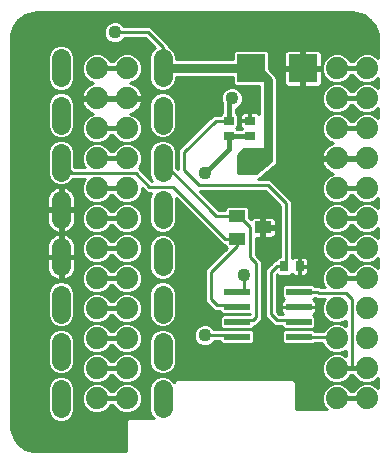
<source format=gbl>
G75*
%MOIN*%
%OFA0B0*%
%FSLAX25Y25*%
%IPPOS*%
%LPD*%
%AMOC8*
5,1,8,0,0,1.08239X$1,22.5*
%
%ADD10R,0.02756X0.03543*%
%ADD11R,0.05512X0.03937*%
%ADD12C,0.06337*%
%ADD13C,0.07400*%
%ADD14R,0.08661X0.02362*%
%ADD15R,0.09449X0.09449*%
%ADD16R,0.03543X0.02756*%
%ADD17C,0.01000*%
%ADD18C,0.01600*%
%ADD19C,0.04362*%
%ADD20C,0.03000*%
D10*
X0319441Y0277500D03*
X0324559Y0277500D03*
D11*
X0312331Y0290500D03*
X0303669Y0294240D03*
X0303669Y0286760D03*
D12*
X0278929Y0283794D02*
X0278929Y0277457D01*
X0278929Y0268046D02*
X0278929Y0261709D01*
X0278929Y0252298D02*
X0278929Y0245961D01*
X0278929Y0236550D02*
X0278929Y0230213D01*
X0245071Y0230213D02*
X0245071Y0236550D01*
X0245071Y0245961D02*
X0245071Y0252298D01*
X0245071Y0261709D02*
X0245071Y0268046D01*
X0245071Y0277457D02*
X0245071Y0283794D01*
X0245071Y0293206D02*
X0245071Y0299543D01*
X0245071Y0308954D02*
X0245071Y0315291D01*
X0245071Y0324702D02*
X0245071Y0331039D01*
X0245071Y0340450D02*
X0245071Y0346787D01*
X0278929Y0346787D02*
X0278929Y0340450D01*
X0278929Y0331039D02*
X0278929Y0324702D01*
X0278929Y0315291D02*
X0278929Y0308954D01*
X0278929Y0299543D02*
X0278929Y0293206D01*
D13*
X0267000Y0293500D03*
X0267000Y0303500D03*
X0257000Y0303500D03*
X0257000Y0293500D03*
X0257000Y0283500D03*
X0257000Y0273500D03*
X0267000Y0273500D03*
X0267000Y0283500D03*
X0267000Y0263500D03*
X0267000Y0253500D03*
X0267000Y0243500D03*
X0257000Y0243500D03*
X0257000Y0253500D03*
X0257000Y0263500D03*
X0257000Y0233500D03*
X0267000Y0233500D03*
X0337000Y0233500D03*
X0347000Y0233500D03*
X0347000Y0243500D03*
X0347000Y0253500D03*
X0347000Y0263500D03*
X0337000Y0263500D03*
X0337000Y0253500D03*
X0337000Y0243500D03*
X0337000Y0273500D03*
X0337000Y0283500D03*
X0347000Y0283500D03*
X0347000Y0273500D03*
X0347000Y0293500D03*
X0347000Y0303500D03*
X0337000Y0303500D03*
X0337000Y0293500D03*
X0337000Y0313500D03*
X0337000Y0323500D03*
X0337000Y0333500D03*
X0347000Y0333500D03*
X0347000Y0323500D03*
X0347000Y0313500D03*
X0347000Y0343500D03*
X0337000Y0343500D03*
X0267000Y0343500D03*
X0257000Y0343500D03*
X0257000Y0333500D03*
X0257000Y0323500D03*
X0257000Y0313500D03*
X0267000Y0313500D03*
X0267000Y0323500D03*
X0267000Y0333500D03*
D14*
X0303764Y0269000D03*
X0303764Y0264000D03*
X0303764Y0259000D03*
X0303764Y0254000D03*
X0324236Y0254000D03*
X0324236Y0259000D03*
X0324236Y0264000D03*
X0324236Y0269000D03*
D15*
X0325661Y0343500D03*
X0308339Y0343500D03*
D16*
X0308000Y0326059D03*
X0308000Y0320941D03*
X0301000Y0320941D03*
X0301000Y0326059D03*
D17*
X0229248Y0220550D02*
X0230848Y0218348D01*
X0233050Y0216748D01*
X0235639Y0215907D01*
X0237000Y0215800D01*
X0266700Y0215800D01*
X0266700Y0226038D01*
X0267462Y0226800D01*
X0276023Y0226800D01*
X0275141Y0227682D01*
X0274461Y0229325D01*
X0274461Y0237439D01*
X0275141Y0239082D01*
X0276398Y0240339D01*
X0278040Y0241019D01*
X0279818Y0241019D01*
X0281460Y0240339D01*
X0282717Y0239082D01*
X0282725Y0239063D01*
X0283462Y0239800D01*
X0322538Y0239800D01*
X0323300Y0239038D01*
X0323300Y0229800D01*
X0333629Y0229800D01*
X0332761Y0230668D01*
X0332000Y0232505D01*
X0332000Y0234495D01*
X0332761Y0236332D01*
X0334168Y0237739D01*
X0336005Y0238500D01*
X0337995Y0238500D01*
X0339832Y0237739D01*
X0341239Y0236332D01*
X0341459Y0235800D01*
X0342541Y0235800D01*
X0342761Y0236332D01*
X0344168Y0237739D01*
X0346005Y0238500D01*
X0347995Y0238500D01*
X0349832Y0237739D01*
X0350700Y0236871D01*
X0350700Y0240129D01*
X0349832Y0239261D01*
X0347995Y0238500D01*
X0346005Y0238500D01*
X0344168Y0239261D01*
X0342761Y0240668D01*
X0342541Y0241200D01*
X0341459Y0241200D01*
X0341239Y0240668D01*
X0339832Y0239261D01*
X0337995Y0238500D01*
X0336005Y0238500D01*
X0334168Y0239261D01*
X0332761Y0240668D01*
X0332000Y0242505D01*
X0332000Y0244495D01*
X0332761Y0246332D01*
X0334168Y0247739D01*
X0336005Y0248500D01*
X0337995Y0248500D01*
X0339832Y0247739D01*
X0340000Y0247571D01*
X0340000Y0249429D01*
X0339832Y0249261D01*
X0337995Y0248500D01*
X0336005Y0248500D01*
X0334168Y0249261D01*
X0332761Y0250668D01*
X0332209Y0252000D01*
X0329586Y0252000D01*
X0329105Y0251519D01*
X0319367Y0251519D01*
X0318606Y0252280D01*
X0318606Y0255720D01*
X0319367Y0256481D01*
X0329105Y0256481D01*
X0329586Y0256000D01*
X0332624Y0256000D01*
X0332761Y0256332D01*
X0334168Y0257739D01*
X0336005Y0258500D01*
X0337995Y0258500D01*
X0339832Y0257739D01*
X0340000Y0257571D01*
X0340000Y0259429D01*
X0339832Y0259261D01*
X0337995Y0258500D01*
X0336005Y0258500D01*
X0334168Y0259261D01*
X0332761Y0260668D01*
X0332000Y0262505D01*
X0332000Y0264495D01*
X0332761Y0266332D01*
X0332929Y0266500D01*
X0330172Y0266500D01*
X0329672Y0267000D01*
X0329586Y0267000D01*
X0329158Y0266572D01*
X0329488Y0266381D01*
X0329767Y0266102D01*
X0329965Y0265760D01*
X0330067Y0265379D01*
X0330067Y0264091D01*
X0324327Y0264091D01*
X0324327Y0263909D01*
X0330067Y0263909D01*
X0330067Y0262621D01*
X0329965Y0262240D01*
X0329767Y0261898D01*
X0329488Y0261619D01*
X0329158Y0261428D01*
X0329867Y0260720D01*
X0329867Y0257280D01*
X0329105Y0256519D01*
X0319367Y0256519D01*
X0318606Y0257280D01*
X0318606Y0257500D01*
X0316172Y0257500D01*
X0314172Y0259500D01*
X0313000Y0260672D01*
X0313000Y0276328D01*
X0314172Y0277500D01*
X0314172Y0277500D01*
X0315000Y0278328D01*
X0316172Y0279500D01*
X0316763Y0279500D01*
X0316763Y0279810D01*
X0317525Y0280572D01*
X0318000Y0280572D01*
X0318000Y0297672D01*
X0313172Y0302500D01*
X0291380Y0302500D01*
X0297639Y0296240D01*
X0299613Y0296240D01*
X0299613Y0296747D01*
X0300375Y0297509D01*
X0306964Y0297509D01*
X0307725Y0296747D01*
X0307725Y0293603D01*
X0308215Y0293113D01*
X0308375Y0293390D01*
X0308654Y0293669D01*
X0308996Y0293866D01*
X0309377Y0293968D01*
X0311846Y0293968D01*
X0311846Y0290984D01*
X0312815Y0290984D01*
X0316587Y0290984D01*
X0316587Y0292666D01*
X0316484Y0293047D01*
X0316287Y0293390D01*
X0316008Y0293669D01*
X0315666Y0293866D01*
X0315284Y0293968D01*
X0312815Y0293968D01*
X0312815Y0290984D01*
X0312815Y0290016D01*
X0316587Y0290016D01*
X0316587Y0288334D01*
X0316484Y0287953D01*
X0316287Y0287610D01*
X0316008Y0287331D01*
X0315666Y0287134D01*
X0315284Y0287031D01*
X0312815Y0287031D01*
X0312815Y0290016D01*
X0311846Y0290016D01*
X0311846Y0287031D01*
X0310000Y0287031D01*
X0310000Y0281328D01*
X0310828Y0280500D01*
X0312000Y0279328D01*
X0312000Y0259672D01*
X0311000Y0258672D01*
X0309828Y0257500D01*
X0309394Y0257500D01*
X0309394Y0257280D01*
X0308633Y0256519D01*
X0298895Y0256519D01*
X0298133Y0257280D01*
X0298133Y0260720D01*
X0298895Y0261481D01*
X0303416Y0261481D01*
X0303435Y0261500D01*
X0308000Y0261500D01*
X0308000Y0261519D01*
X0298895Y0261519D01*
X0298133Y0262280D01*
X0298133Y0262500D01*
X0296172Y0262500D01*
X0295000Y0263672D01*
X0293000Y0265672D01*
X0293000Y0276328D01*
X0294172Y0277500D01*
X0300269Y0283597D01*
X0299613Y0284253D01*
X0299613Y0284760D01*
X0298912Y0284760D01*
X0297740Y0285931D01*
X0283398Y0300274D01*
X0283398Y0292317D01*
X0282717Y0290674D01*
X0281460Y0289417D01*
X0279818Y0288737D01*
X0278040Y0288737D01*
X0276398Y0289417D01*
X0275141Y0290674D01*
X0274461Y0292317D01*
X0274461Y0300431D01*
X0275141Y0302074D01*
X0275167Y0302100D01*
X0273572Y0302100D01*
X0272000Y0303672D01*
X0272000Y0302505D01*
X0271239Y0300668D01*
X0269832Y0299261D01*
X0267995Y0298500D01*
X0266005Y0298500D01*
X0264168Y0297739D01*
X0262761Y0296332D01*
X0262541Y0295800D01*
X0261459Y0295800D01*
X0261239Y0296332D01*
X0259832Y0297739D01*
X0257995Y0298500D01*
X0256005Y0298500D01*
X0254168Y0297739D01*
X0252761Y0296332D01*
X0252000Y0294495D01*
X0252000Y0292505D01*
X0252761Y0290668D01*
X0254168Y0289261D01*
X0256005Y0288500D01*
X0257995Y0288500D01*
X0259832Y0289261D01*
X0261239Y0290668D01*
X0261459Y0291200D01*
X0262541Y0291200D01*
X0262761Y0290668D01*
X0264168Y0289261D01*
X0266005Y0288500D01*
X0267995Y0288500D01*
X0269832Y0289261D01*
X0271239Y0290668D01*
X0272000Y0292505D01*
X0272000Y0294495D01*
X0271239Y0296332D01*
X0269832Y0297739D01*
X0267995Y0298500D01*
X0266005Y0298500D01*
X0264168Y0299261D01*
X0262761Y0300668D01*
X0262541Y0301200D01*
X0261459Y0301200D01*
X0261239Y0300668D01*
X0259832Y0299261D01*
X0257995Y0298500D01*
X0256005Y0298500D01*
X0254168Y0299261D01*
X0252761Y0300668D01*
X0252000Y0302505D01*
X0252000Y0304495D01*
X0252761Y0306332D01*
X0252929Y0306500D01*
X0248891Y0306500D01*
X0248859Y0306422D01*
X0247602Y0305165D01*
X0245960Y0304485D01*
X0244182Y0304485D01*
X0242540Y0305165D01*
X0241283Y0306422D01*
X0240602Y0308065D01*
X0240602Y0316179D01*
X0241283Y0317822D01*
X0242540Y0319079D01*
X0244182Y0319759D01*
X0245960Y0319759D01*
X0247602Y0319079D01*
X0248859Y0317822D01*
X0249539Y0316179D01*
X0249539Y0310500D01*
X0252929Y0310500D01*
X0252761Y0310668D01*
X0252000Y0312505D01*
X0252000Y0314495D01*
X0252761Y0316332D01*
X0254168Y0317739D01*
X0256005Y0318500D01*
X0257995Y0318500D01*
X0259832Y0319261D01*
X0261239Y0320668D01*
X0261459Y0321200D01*
X0262541Y0321200D01*
X0262761Y0320668D01*
X0264168Y0319261D01*
X0266005Y0318500D01*
X0267995Y0318500D01*
X0269832Y0319261D01*
X0271239Y0320668D01*
X0272000Y0322505D01*
X0272000Y0324495D01*
X0271239Y0326332D01*
X0269832Y0327739D01*
X0268182Y0328422D01*
X0268218Y0328428D01*
X0268996Y0328681D01*
X0269725Y0329053D01*
X0270388Y0329534D01*
X0270966Y0330112D01*
X0271447Y0330775D01*
X0271819Y0331504D01*
X0272072Y0332282D01*
X0272186Y0333000D01*
X0267500Y0333000D01*
X0267500Y0334000D01*
X0272186Y0334000D01*
X0272072Y0334718D01*
X0271819Y0335496D01*
X0271447Y0336225D01*
X0270966Y0336888D01*
X0270388Y0337466D01*
X0269725Y0337947D01*
X0268996Y0338319D01*
X0268218Y0338572D01*
X0268182Y0338578D01*
X0269832Y0339261D01*
X0271239Y0340668D01*
X0272000Y0342505D01*
X0272000Y0344495D01*
X0271239Y0346332D01*
X0269832Y0347739D01*
X0267995Y0348500D01*
X0266005Y0348500D01*
X0264168Y0347739D01*
X0262761Y0346332D01*
X0262541Y0345800D01*
X0261459Y0345800D01*
X0261239Y0346332D01*
X0259832Y0347739D01*
X0257995Y0348500D01*
X0256005Y0348500D01*
X0254168Y0347739D01*
X0252761Y0346332D01*
X0252000Y0344495D01*
X0252000Y0342505D01*
X0252761Y0340668D01*
X0254168Y0339261D01*
X0255818Y0338578D01*
X0255782Y0338572D01*
X0255004Y0338319D01*
X0254275Y0337947D01*
X0253612Y0337466D01*
X0253034Y0336888D01*
X0252553Y0336225D01*
X0252181Y0335496D01*
X0251928Y0334718D01*
X0251814Y0334000D01*
X0256500Y0334000D01*
X0256500Y0333000D01*
X0251814Y0333000D01*
X0251928Y0332282D01*
X0252181Y0331504D01*
X0252553Y0330775D01*
X0253034Y0330112D01*
X0253612Y0329534D01*
X0254275Y0329053D01*
X0255004Y0328681D01*
X0255782Y0328428D01*
X0255818Y0328422D01*
X0254168Y0327739D01*
X0252761Y0326332D01*
X0252000Y0324495D01*
X0252000Y0322505D01*
X0252761Y0320668D01*
X0254168Y0319261D01*
X0256005Y0318500D01*
X0257995Y0318500D01*
X0259832Y0317739D01*
X0261239Y0316332D01*
X0261459Y0315800D01*
X0262541Y0315800D01*
X0262761Y0316332D01*
X0264168Y0317739D01*
X0266005Y0318500D01*
X0267995Y0318500D01*
X0269832Y0317739D01*
X0271239Y0316332D01*
X0272000Y0314495D01*
X0272000Y0312505D01*
X0271239Y0310668D01*
X0270950Y0310379D01*
X0272000Y0309328D01*
X0275228Y0306100D01*
X0275463Y0306100D01*
X0275141Y0306422D01*
X0274461Y0308065D01*
X0274461Y0316179D01*
X0275141Y0317822D01*
X0276398Y0319079D01*
X0278040Y0319759D01*
X0279818Y0319759D01*
X0281460Y0319079D01*
X0282717Y0317822D01*
X0283398Y0316179D01*
X0283398Y0310482D01*
X0284000Y0309880D01*
X0284000Y0316328D01*
X0285172Y0317500D01*
X0295731Y0328059D01*
X0298012Y0328059D01*
X0298690Y0328737D01*
X0298700Y0328737D01*
X0298700Y0331848D01*
X0298319Y0332768D01*
X0298319Y0334232D01*
X0298879Y0335585D01*
X0299915Y0336621D01*
X0301268Y0337181D01*
X0302732Y0337181D01*
X0304085Y0336621D01*
X0305121Y0335585D01*
X0305681Y0334232D01*
X0305681Y0332768D01*
X0305121Y0331415D01*
X0304085Y0330379D01*
X0303300Y0330054D01*
X0303300Y0328737D01*
X0303310Y0328737D01*
X0304072Y0327975D01*
X0304072Y0324143D01*
X0303429Y0323500D01*
X0303688Y0323241D01*
X0305312Y0323241D01*
X0305462Y0323391D01*
X0305307Y0323481D01*
X0305028Y0323760D01*
X0304831Y0324102D01*
X0304728Y0324484D01*
X0304728Y0325870D01*
X0307811Y0325870D01*
X0307811Y0326248D01*
X0304728Y0326248D01*
X0304728Y0327634D01*
X0304831Y0328016D01*
X0305028Y0328358D01*
X0305307Y0328637D01*
X0305649Y0328835D01*
X0306031Y0328937D01*
X0307811Y0328937D01*
X0307811Y0326248D01*
X0308189Y0326248D01*
X0308189Y0328937D01*
X0309969Y0328937D01*
X0310351Y0328835D01*
X0310693Y0328637D01*
X0310972Y0328358D01*
X0311000Y0328309D01*
X0311000Y0337476D01*
X0303076Y0337476D01*
X0302314Y0338237D01*
X0302314Y0340618D01*
X0283398Y0340618D01*
X0283398Y0339561D01*
X0282717Y0337918D01*
X0281460Y0336661D01*
X0279818Y0335981D01*
X0278040Y0335981D01*
X0276398Y0336661D01*
X0275141Y0337918D01*
X0274461Y0339561D01*
X0274461Y0347675D01*
X0275141Y0349318D01*
X0276247Y0350424D01*
X0273172Y0353500D01*
X0266156Y0353500D01*
X0266121Y0353415D01*
X0265085Y0352379D01*
X0263732Y0351819D01*
X0262268Y0351819D01*
X0260915Y0352379D01*
X0259879Y0353415D01*
X0259319Y0354768D01*
X0259319Y0356232D01*
X0259879Y0357585D01*
X0260915Y0358621D01*
X0262268Y0359181D01*
X0263732Y0359181D01*
X0265085Y0358621D01*
X0266121Y0357585D01*
X0266156Y0357500D01*
X0274828Y0357500D01*
X0279828Y0352500D01*
X0281000Y0351328D01*
X0281000Y0350765D01*
X0281460Y0350575D01*
X0282717Y0349318D01*
X0283398Y0347675D01*
X0283398Y0346618D01*
X0302314Y0346618D01*
X0302314Y0348763D01*
X0303076Y0349524D01*
X0313601Y0349524D01*
X0314363Y0348763D01*
X0314363Y0343380D01*
X0315699Y0342043D01*
X0316543Y0341199D01*
X0317000Y0340097D01*
X0317000Y0313202D01*
X0317079Y0313102D01*
X0317000Y0312389D01*
X0317000Y0311672D01*
X0316910Y0311582D01*
X0316896Y0311456D01*
X0316336Y0311007D01*
X0315828Y0310500D01*
X0315702Y0310500D01*
X0311336Y0307007D01*
X0310828Y0306500D01*
X0310702Y0306500D01*
X0310702Y0306500D01*
X0314828Y0306500D01*
X0316000Y0305328D01*
X0322000Y0299328D01*
X0322000Y0280212D01*
X0322260Y0280472D01*
X0322602Y0280669D01*
X0322984Y0280772D01*
X0324370Y0280772D01*
X0324370Y0277689D01*
X0324748Y0277689D01*
X0324748Y0280772D01*
X0326134Y0280772D01*
X0326516Y0280669D01*
X0326858Y0280472D01*
X0327137Y0280193D01*
X0327335Y0279851D01*
X0327437Y0279469D01*
X0327437Y0277689D01*
X0324748Y0277689D01*
X0324748Y0277311D01*
X0324748Y0274228D01*
X0326134Y0274228D01*
X0326516Y0274331D01*
X0326858Y0274528D01*
X0327137Y0274807D01*
X0327335Y0275149D01*
X0327437Y0275531D01*
X0327437Y0277311D01*
X0324748Y0277311D01*
X0324370Y0277311D01*
X0324370Y0274228D01*
X0322984Y0274228D01*
X0322602Y0274331D01*
X0322260Y0274528D01*
X0321981Y0274807D01*
X0321891Y0274962D01*
X0321357Y0274428D01*
X0317525Y0274428D01*
X0317141Y0274812D01*
X0317000Y0274672D01*
X0317000Y0262328D01*
X0317828Y0261500D01*
X0319190Y0261500D01*
X0318984Y0261619D01*
X0318705Y0261898D01*
X0318508Y0262240D01*
X0318406Y0262621D01*
X0318406Y0263909D01*
X0324146Y0263909D01*
X0324146Y0264091D01*
X0318406Y0264091D01*
X0318406Y0265379D01*
X0318508Y0265760D01*
X0318705Y0266102D01*
X0318984Y0266381D01*
X0319314Y0266572D01*
X0318606Y0267280D01*
X0318606Y0270720D01*
X0319367Y0271481D01*
X0329105Y0271481D01*
X0329586Y0271000D01*
X0331328Y0271000D01*
X0331828Y0270500D01*
X0332929Y0270500D01*
X0332761Y0270668D01*
X0332000Y0272505D01*
X0332000Y0274495D01*
X0332761Y0276332D01*
X0334168Y0277739D01*
X0336005Y0278500D01*
X0337995Y0278500D01*
X0339832Y0277739D01*
X0341239Y0276332D01*
X0341459Y0275800D01*
X0342541Y0275800D01*
X0342761Y0276332D01*
X0344168Y0277739D01*
X0346005Y0278500D01*
X0347995Y0278500D01*
X0349832Y0277739D01*
X0350700Y0276871D01*
X0350700Y0280129D01*
X0349832Y0279261D01*
X0347995Y0278500D01*
X0346005Y0278500D01*
X0344168Y0279261D01*
X0342761Y0280668D01*
X0342541Y0281200D01*
X0341459Y0281200D01*
X0341239Y0280668D01*
X0339832Y0279261D01*
X0337995Y0278500D01*
X0336005Y0278500D01*
X0334168Y0279261D01*
X0332761Y0280668D01*
X0332000Y0282505D01*
X0332000Y0284495D01*
X0332761Y0286332D01*
X0334168Y0287739D01*
X0336005Y0288500D01*
X0337995Y0288500D01*
X0339832Y0289261D01*
X0341239Y0290668D01*
X0341459Y0291200D01*
X0342541Y0291200D01*
X0342761Y0290668D01*
X0344168Y0289261D01*
X0346005Y0288500D01*
X0344168Y0287739D01*
X0342761Y0286332D01*
X0342541Y0285800D01*
X0341459Y0285800D01*
X0341239Y0286332D01*
X0339832Y0287739D01*
X0337995Y0288500D01*
X0336005Y0288500D01*
X0334168Y0289261D01*
X0332761Y0290668D01*
X0332000Y0292505D01*
X0332000Y0294495D01*
X0332761Y0296332D01*
X0334168Y0297739D01*
X0336005Y0298500D01*
X0337995Y0298500D01*
X0339832Y0297739D01*
X0341239Y0296332D01*
X0341459Y0295800D01*
X0342541Y0295800D01*
X0342761Y0296332D01*
X0344168Y0297739D01*
X0346005Y0298500D01*
X0347995Y0298500D01*
X0349832Y0297739D01*
X0350700Y0296871D01*
X0350700Y0300129D01*
X0349832Y0299261D01*
X0347995Y0298500D01*
X0346005Y0298500D01*
X0344168Y0299261D01*
X0342761Y0300668D01*
X0342541Y0301200D01*
X0341459Y0301200D01*
X0341239Y0300668D01*
X0339832Y0299261D01*
X0337995Y0298500D01*
X0336005Y0298500D01*
X0334168Y0299261D01*
X0332761Y0300668D01*
X0332000Y0302505D01*
X0332000Y0304495D01*
X0332761Y0306332D01*
X0334168Y0307739D01*
X0335818Y0308422D01*
X0335782Y0308428D01*
X0335004Y0308681D01*
X0334275Y0309053D01*
X0333612Y0309534D01*
X0333034Y0310112D01*
X0332553Y0310775D01*
X0332181Y0311504D01*
X0331928Y0312282D01*
X0331814Y0313000D01*
X0336500Y0313000D01*
X0336500Y0314000D01*
X0331814Y0314000D01*
X0331928Y0314718D01*
X0332181Y0315496D01*
X0332553Y0316225D01*
X0333034Y0316888D01*
X0333612Y0317466D01*
X0334275Y0317947D01*
X0335004Y0318319D01*
X0335782Y0318572D01*
X0335818Y0318578D01*
X0334168Y0319261D01*
X0332761Y0320668D01*
X0332000Y0322505D01*
X0332000Y0324495D01*
X0332761Y0326332D01*
X0334168Y0327739D01*
X0336005Y0328500D01*
X0337995Y0328500D01*
X0339832Y0327739D01*
X0341239Y0326332D01*
X0341459Y0325800D01*
X0342541Y0325800D01*
X0342761Y0326332D01*
X0344168Y0327739D01*
X0346005Y0328500D01*
X0347995Y0328500D01*
X0349832Y0327739D01*
X0350700Y0326871D01*
X0350700Y0330129D01*
X0349832Y0329261D01*
X0347995Y0328500D01*
X0346005Y0328500D01*
X0344168Y0329261D01*
X0342761Y0330668D01*
X0342541Y0331200D01*
X0341459Y0331200D01*
X0341239Y0330668D01*
X0339832Y0329261D01*
X0337995Y0328500D01*
X0336005Y0328500D01*
X0334168Y0329261D01*
X0332761Y0330668D01*
X0332000Y0332505D01*
X0332000Y0334495D01*
X0332761Y0336332D01*
X0334168Y0337739D01*
X0336005Y0338500D01*
X0337995Y0338500D01*
X0339832Y0337739D01*
X0341239Y0336332D01*
X0341459Y0335800D01*
X0342541Y0335800D01*
X0342761Y0336332D01*
X0344168Y0337739D01*
X0346005Y0338500D01*
X0347995Y0338500D01*
X0349832Y0337739D01*
X0350700Y0336871D01*
X0350700Y0340129D01*
X0349832Y0339261D01*
X0347995Y0338500D01*
X0346005Y0338500D01*
X0344168Y0339261D01*
X0342761Y0340668D01*
X0342541Y0341200D01*
X0341459Y0341200D01*
X0341239Y0340668D01*
X0339832Y0339261D01*
X0337995Y0338500D01*
X0336005Y0338500D01*
X0334168Y0339261D01*
X0332761Y0340668D01*
X0332000Y0342505D01*
X0332000Y0344495D01*
X0332761Y0346332D01*
X0334168Y0347739D01*
X0336005Y0348500D01*
X0337995Y0348500D01*
X0339832Y0347739D01*
X0341239Y0346332D01*
X0341459Y0345800D01*
X0342541Y0345800D01*
X0342761Y0346332D01*
X0344168Y0347739D01*
X0346005Y0348500D01*
X0347995Y0348500D01*
X0349832Y0347739D01*
X0350700Y0346871D01*
X0350700Y0353500D01*
X0350593Y0354861D01*
X0349752Y0357450D01*
X0348152Y0359652D01*
X0345950Y0361252D01*
X0343361Y0362093D01*
X0342000Y0362200D01*
X0237000Y0362200D01*
X0235639Y0362093D01*
X0233050Y0361252D01*
X0230848Y0359652D01*
X0229248Y0357450D01*
X0228407Y0354861D01*
X0228300Y0353500D01*
X0228300Y0224500D01*
X0228407Y0223139D01*
X0229248Y0220550D01*
X0229290Y0220493D02*
X0266700Y0220493D01*
X0266700Y0221491D02*
X0228943Y0221491D01*
X0228618Y0222490D02*
X0266700Y0222490D01*
X0266700Y0223488D02*
X0228380Y0223488D01*
X0228301Y0224487D02*
X0266700Y0224487D01*
X0266700Y0225485D02*
X0228300Y0225485D01*
X0228300Y0226484D02*
X0242481Y0226484D01*
X0242540Y0226425D02*
X0244182Y0225745D01*
X0245960Y0225745D01*
X0247602Y0226425D01*
X0248859Y0227682D01*
X0249539Y0229325D01*
X0249539Y0237439D01*
X0248859Y0239082D01*
X0247602Y0240339D01*
X0245960Y0241019D01*
X0244182Y0241019D01*
X0242540Y0240339D01*
X0241283Y0239082D01*
X0240602Y0237439D01*
X0240602Y0229325D01*
X0241283Y0227682D01*
X0242540Y0226425D01*
X0241483Y0227482D02*
X0228300Y0227482D01*
X0228300Y0228481D02*
X0240952Y0228481D01*
X0240602Y0229479D02*
X0228300Y0229479D01*
X0228300Y0230478D02*
X0240602Y0230478D01*
X0240602Y0231476D02*
X0228300Y0231476D01*
X0228300Y0232475D02*
X0240602Y0232475D01*
X0240602Y0233473D02*
X0228300Y0233473D01*
X0228300Y0234472D02*
X0240602Y0234472D01*
X0240602Y0235470D02*
X0228300Y0235470D01*
X0228300Y0236469D02*
X0240602Y0236469D01*
X0240614Y0237467D02*
X0228300Y0237467D01*
X0228300Y0238466D02*
X0241028Y0238466D01*
X0241665Y0239464D02*
X0228300Y0239464D01*
X0228300Y0240463D02*
X0242839Y0240463D01*
X0244182Y0241493D02*
X0245960Y0241493D01*
X0247602Y0242173D01*
X0248859Y0243430D01*
X0249539Y0245073D01*
X0249539Y0253187D01*
X0248859Y0254830D01*
X0247602Y0256087D01*
X0245960Y0256767D01*
X0244182Y0256767D01*
X0242540Y0256087D01*
X0241283Y0254830D01*
X0240602Y0253187D01*
X0240602Y0245073D01*
X0241283Y0243430D01*
X0242540Y0242173D01*
X0244182Y0241493D01*
X0242253Y0242460D02*
X0228300Y0242460D01*
X0228300Y0243458D02*
X0241271Y0243458D01*
X0240857Y0244457D02*
X0228300Y0244457D01*
X0228300Y0245455D02*
X0240602Y0245455D01*
X0240602Y0246454D02*
X0228300Y0246454D01*
X0228300Y0247452D02*
X0240602Y0247452D01*
X0240602Y0248451D02*
X0228300Y0248451D01*
X0228300Y0249449D02*
X0240602Y0249449D01*
X0240602Y0250448D02*
X0228300Y0250448D01*
X0228300Y0251446D02*
X0240602Y0251446D01*
X0240602Y0252445D02*
X0228300Y0252445D01*
X0228300Y0253443D02*
X0240708Y0253443D01*
X0241122Y0254442D02*
X0228300Y0254442D01*
X0228300Y0255440D02*
X0241893Y0255440D01*
X0243390Y0256439D02*
X0228300Y0256439D01*
X0228300Y0257437D02*
X0243708Y0257437D01*
X0244182Y0257241D02*
X0245960Y0257241D01*
X0247602Y0257921D01*
X0248859Y0259178D01*
X0249539Y0260821D01*
X0249539Y0268935D01*
X0248859Y0270578D01*
X0247602Y0271835D01*
X0245960Y0272515D01*
X0244182Y0272515D01*
X0242540Y0271835D01*
X0241283Y0270578D01*
X0240602Y0268935D01*
X0240602Y0260821D01*
X0241283Y0259178D01*
X0242540Y0257921D01*
X0244182Y0257241D01*
X0246434Y0257437D02*
X0253866Y0257437D01*
X0254168Y0257739D02*
X0252761Y0256332D01*
X0252000Y0254495D01*
X0252000Y0252505D01*
X0252761Y0250668D01*
X0254168Y0249261D01*
X0256005Y0248500D01*
X0257995Y0248500D01*
X0259832Y0249261D01*
X0261239Y0250668D01*
X0261459Y0251200D01*
X0262541Y0251200D01*
X0262761Y0250668D01*
X0264168Y0249261D01*
X0266005Y0248500D01*
X0267995Y0248500D01*
X0269832Y0249261D01*
X0271239Y0250668D01*
X0272000Y0252505D01*
X0272000Y0254495D01*
X0271239Y0256332D01*
X0269832Y0257739D01*
X0267995Y0258500D01*
X0266005Y0258500D01*
X0264168Y0257739D01*
X0262761Y0256332D01*
X0262541Y0255800D01*
X0261459Y0255800D01*
X0261239Y0256332D01*
X0259832Y0257739D01*
X0257995Y0258500D01*
X0256005Y0258500D01*
X0254168Y0257739D01*
X0254168Y0259261D02*
X0256005Y0258500D01*
X0257995Y0258500D01*
X0259832Y0259261D01*
X0261239Y0260668D01*
X0261459Y0261200D01*
X0262541Y0261200D01*
X0262761Y0260668D01*
X0264168Y0259261D01*
X0266005Y0258500D01*
X0267995Y0258500D01*
X0269832Y0259261D01*
X0271239Y0260668D01*
X0272000Y0262505D01*
X0272000Y0264495D01*
X0271239Y0266332D01*
X0269832Y0267739D01*
X0267995Y0268500D01*
X0269832Y0269261D01*
X0271239Y0270668D01*
X0272000Y0272505D01*
X0272000Y0274495D01*
X0271239Y0276332D01*
X0269832Y0277739D01*
X0267995Y0278500D01*
X0266005Y0278500D01*
X0264168Y0277739D01*
X0262761Y0276332D01*
X0262541Y0275800D01*
X0261459Y0275800D01*
X0261239Y0276332D01*
X0259832Y0277739D01*
X0257995Y0278500D01*
X0256005Y0278500D01*
X0254168Y0277739D01*
X0252761Y0276332D01*
X0252000Y0274495D01*
X0252000Y0272505D01*
X0252761Y0270668D01*
X0254168Y0269261D01*
X0256005Y0268500D01*
X0257995Y0268500D01*
X0259832Y0269261D01*
X0261239Y0270668D01*
X0261459Y0271200D01*
X0262541Y0271200D01*
X0262761Y0270668D01*
X0264168Y0269261D01*
X0266005Y0268500D01*
X0267995Y0268500D01*
X0266005Y0268500D01*
X0264168Y0267739D01*
X0262761Y0266332D01*
X0262541Y0265800D01*
X0261459Y0265800D01*
X0261239Y0266332D01*
X0259832Y0267739D01*
X0257995Y0268500D01*
X0256005Y0268500D01*
X0254168Y0267739D01*
X0252761Y0266332D01*
X0252000Y0264495D01*
X0252000Y0262505D01*
X0252761Y0260668D01*
X0254168Y0259261D01*
X0253994Y0259434D02*
X0248965Y0259434D01*
X0249379Y0260433D02*
X0252996Y0260433D01*
X0252445Y0261432D02*
X0249539Y0261432D01*
X0249539Y0262430D02*
X0252031Y0262430D01*
X0252000Y0263429D02*
X0249539Y0263429D01*
X0249539Y0264427D02*
X0252000Y0264427D01*
X0252386Y0265426D02*
X0249539Y0265426D01*
X0249539Y0266424D02*
X0252853Y0266424D01*
X0253852Y0267423D02*
X0249539Y0267423D01*
X0249539Y0268421D02*
X0255815Y0268421D01*
X0254009Y0269420D02*
X0249339Y0269420D01*
X0248925Y0270418D02*
X0253011Y0270418D01*
X0252451Y0271417D02*
X0248020Y0271417D01*
X0246863Y0273131D02*
X0247518Y0273465D01*
X0248112Y0273897D01*
X0248632Y0274416D01*
X0249064Y0275011D01*
X0249397Y0275665D01*
X0249624Y0276364D01*
X0249739Y0277090D01*
X0249739Y0280142D01*
X0245555Y0280142D01*
X0245555Y0281110D01*
X0249739Y0281110D01*
X0249739Y0284162D01*
X0249624Y0284888D01*
X0249397Y0285587D01*
X0249064Y0286241D01*
X0248632Y0286836D01*
X0248112Y0287355D01*
X0247518Y0287787D01*
X0246863Y0288121D01*
X0246164Y0288348D01*
X0245555Y0288444D01*
X0245555Y0281110D01*
X0244587Y0281110D01*
X0244587Y0288444D01*
X0243978Y0288348D01*
X0243279Y0288121D01*
X0242624Y0287787D01*
X0242030Y0287355D01*
X0241510Y0286836D01*
X0241078Y0286241D01*
X0240744Y0285587D01*
X0240517Y0284888D01*
X0240402Y0284162D01*
X0240402Y0281110D01*
X0244587Y0281110D01*
X0244587Y0280142D01*
X0245555Y0280142D01*
X0245555Y0272807D01*
X0246164Y0272904D01*
X0246863Y0273131D01*
X0247418Y0273414D02*
X0252000Y0273414D01*
X0252000Y0274412D02*
X0248628Y0274412D01*
X0249268Y0275411D02*
X0252379Y0275411D01*
X0252838Y0276409D02*
X0249632Y0276409D01*
X0249739Y0277408D02*
X0253837Y0277408D01*
X0254168Y0279261D02*
X0256005Y0278500D01*
X0257995Y0278500D01*
X0259832Y0279261D01*
X0261239Y0280668D01*
X0261459Y0281200D01*
X0262541Y0281200D01*
X0262761Y0280668D01*
X0264168Y0279261D01*
X0266005Y0278500D01*
X0267995Y0278500D01*
X0269832Y0279261D01*
X0271239Y0280668D01*
X0272000Y0282505D01*
X0272000Y0284495D01*
X0271239Y0286332D01*
X0269832Y0287739D01*
X0267995Y0288500D01*
X0266005Y0288500D01*
X0264168Y0287739D01*
X0262761Y0286332D01*
X0262541Y0285800D01*
X0261459Y0285800D01*
X0261239Y0286332D01*
X0259832Y0287739D01*
X0257995Y0288500D01*
X0256005Y0288500D01*
X0254168Y0287739D01*
X0252761Y0286332D01*
X0252000Y0284495D01*
X0252000Y0282505D01*
X0252761Y0280668D01*
X0254168Y0279261D01*
X0254024Y0279405D02*
X0249739Y0279405D01*
X0249739Y0278406D02*
X0255779Y0278406D01*
X0258221Y0278406D02*
X0265779Y0278406D01*
X0264024Y0279405D02*
X0259976Y0279405D01*
X0260974Y0280403D02*
X0263026Y0280403D01*
X0263837Y0277408D02*
X0260163Y0277408D01*
X0261162Y0276409D02*
X0262838Y0276409D01*
X0268221Y0278406D02*
X0274461Y0278406D01*
X0274461Y0277408D02*
X0270163Y0277408D01*
X0271162Y0276409D02*
X0274527Y0276409D01*
X0274461Y0276569D02*
X0275141Y0274926D01*
X0276398Y0273669D01*
X0278040Y0272989D01*
X0279818Y0272989D01*
X0281460Y0273669D01*
X0282717Y0274926D01*
X0283398Y0276569D01*
X0283398Y0284683D01*
X0282717Y0286326D01*
X0281460Y0287583D01*
X0279818Y0288263D01*
X0278040Y0288263D01*
X0276398Y0287583D01*
X0275141Y0286326D01*
X0274461Y0284683D01*
X0274461Y0276569D01*
X0274940Y0275411D02*
X0271621Y0275411D01*
X0272000Y0274412D02*
X0275655Y0274412D01*
X0277015Y0273414D02*
X0272000Y0273414D01*
X0271963Y0272415D02*
X0277799Y0272415D01*
X0278040Y0272515D02*
X0276398Y0271835D01*
X0275141Y0270578D01*
X0274461Y0268935D01*
X0274461Y0260821D01*
X0275141Y0259178D01*
X0276398Y0257921D01*
X0278040Y0257241D01*
X0279818Y0257241D01*
X0281460Y0257921D01*
X0282717Y0259178D01*
X0283398Y0260821D01*
X0283398Y0268935D01*
X0282717Y0270578D01*
X0281460Y0271835D01*
X0279818Y0272515D01*
X0278040Y0272515D01*
X0280059Y0272415D02*
X0293000Y0272415D01*
X0293000Y0271417D02*
X0281878Y0271417D01*
X0282783Y0270418D02*
X0293000Y0270418D01*
X0293000Y0269420D02*
X0283197Y0269420D01*
X0283398Y0268421D02*
X0293000Y0268421D01*
X0293000Y0267423D02*
X0283398Y0267423D01*
X0283398Y0266424D02*
X0293000Y0266424D01*
X0293246Y0265426D02*
X0283398Y0265426D01*
X0283398Y0264427D02*
X0294245Y0264427D01*
X0295243Y0263429D02*
X0283398Y0263429D01*
X0283398Y0262430D02*
X0298133Y0262430D01*
X0298845Y0261432D02*
X0283398Y0261432D01*
X0283237Y0260433D02*
X0298133Y0260433D01*
X0298133Y0259434D02*
X0282823Y0259434D01*
X0281975Y0258436D02*
X0298133Y0258436D01*
X0298133Y0257437D02*
X0295268Y0257437D01*
X0295085Y0257621D02*
X0293732Y0258181D01*
X0292268Y0258181D01*
X0290915Y0257621D01*
X0289879Y0256585D01*
X0289319Y0255232D01*
X0289319Y0253768D01*
X0289879Y0252415D01*
X0290915Y0251379D01*
X0292268Y0250819D01*
X0293732Y0250819D01*
X0295085Y0251379D01*
X0296121Y0252415D01*
X0296156Y0252500D01*
X0298133Y0252500D01*
X0298133Y0252280D01*
X0298895Y0251519D01*
X0308633Y0251519D01*
X0309394Y0252280D01*
X0309394Y0255720D01*
X0308633Y0256481D01*
X0304111Y0256481D01*
X0304092Y0256500D01*
X0296156Y0256500D01*
X0296121Y0256585D01*
X0295085Y0257621D01*
X0293000Y0254500D02*
X0303264Y0254500D01*
X0303764Y0254000D01*
X0302000Y0254000D01*
X0298133Y0252445D02*
X0296133Y0252445D01*
X0295152Y0251446D02*
X0332439Y0251446D01*
X0332981Y0250448D02*
X0283398Y0250448D01*
X0283398Y0251446D02*
X0290848Y0251446D01*
X0289867Y0252445D02*
X0283398Y0252445D01*
X0283398Y0253187D02*
X0282717Y0254830D01*
X0281460Y0256087D01*
X0279818Y0256767D01*
X0278040Y0256767D01*
X0276398Y0256087D01*
X0275141Y0254830D01*
X0274461Y0253187D01*
X0274461Y0245073D01*
X0275141Y0243430D01*
X0276398Y0242173D01*
X0278040Y0241493D01*
X0279818Y0241493D01*
X0281460Y0242173D01*
X0282717Y0243430D01*
X0283398Y0245073D01*
X0283398Y0253187D01*
X0283292Y0253443D02*
X0289453Y0253443D01*
X0289319Y0254442D02*
X0282878Y0254442D01*
X0282107Y0255440D02*
X0289405Y0255440D01*
X0289819Y0256439D02*
X0280610Y0256439D01*
X0280292Y0257437D02*
X0290732Y0257437D01*
X0297000Y0264500D02*
X0303264Y0264500D01*
X0303764Y0264000D01*
X0304264Y0259500D02*
X0303764Y0259000D01*
X0304264Y0259500D02*
X0309000Y0259500D01*
X0310000Y0260500D01*
X0310000Y0278500D01*
X0308000Y0280500D01*
X0308000Y0290500D01*
X0304260Y0294240D01*
X0303669Y0294240D01*
X0296811Y0294240D01*
X0278929Y0312122D01*
X0274461Y0312356D02*
X0271938Y0312356D01*
X0272000Y0313354D02*
X0274461Y0313354D01*
X0274461Y0314353D02*
X0272000Y0314353D01*
X0271645Y0315351D02*
X0274461Y0315351D01*
X0274531Y0316350D02*
X0271221Y0316350D01*
X0270223Y0317348D02*
X0274945Y0317348D01*
X0275666Y0318347D02*
X0268365Y0318347D01*
X0269916Y0319345D02*
X0277041Y0319345D01*
X0277773Y0320344D02*
X0270915Y0320344D01*
X0271518Y0321342D02*
X0275969Y0321342D01*
X0276398Y0320913D02*
X0278040Y0320233D01*
X0279818Y0320233D01*
X0281460Y0320913D01*
X0282717Y0322170D01*
X0283398Y0323813D01*
X0283398Y0331927D01*
X0282717Y0333570D01*
X0281460Y0334827D01*
X0279818Y0335507D01*
X0278040Y0335507D01*
X0276398Y0334827D01*
X0275141Y0333570D01*
X0274461Y0331927D01*
X0274461Y0323813D01*
X0275141Y0322170D01*
X0276398Y0320913D01*
X0275070Y0322341D02*
X0271932Y0322341D01*
X0272000Y0323339D02*
X0274657Y0323339D01*
X0274461Y0324338D02*
X0272000Y0324338D01*
X0271651Y0325336D02*
X0274461Y0325336D01*
X0274461Y0326335D02*
X0271236Y0326335D01*
X0270238Y0327333D02*
X0274461Y0327333D01*
X0274461Y0328332D02*
X0268401Y0328332D01*
X0270108Y0329330D02*
X0274461Y0329330D01*
X0274461Y0330329D02*
X0271124Y0330329D01*
X0271729Y0331327D02*
X0274461Y0331327D01*
X0274626Y0332326D02*
X0272079Y0332326D01*
X0272134Y0334323D02*
X0275894Y0334323D01*
X0275039Y0333324D02*
X0267500Y0333324D01*
X0266500Y0333324D02*
X0257500Y0333324D01*
X0257500Y0333000D02*
X0257500Y0334000D01*
X0261814Y0334000D01*
X0266500Y0334000D01*
X0266500Y0333000D01*
X0257500Y0333000D01*
X0256500Y0333324D02*
X0248961Y0333324D01*
X0248859Y0333570D02*
X0247602Y0334827D01*
X0245960Y0335507D01*
X0244182Y0335507D01*
X0242540Y0334827D01*
X0241283Y0333570D01*
X0240602Y0331927D01*
X0240602Y0323813D01*
X0241283Y0322170D01*
X0242540Y0320913D01*
X0244182Y0320233D01*
X0245960Y0320233D01*
X0247602Y0320913D01*
X0248859Y0322170D01*
X0249539Y0323813D01*
X0249539Y0331927D01*
X0248859Y0333570D01*
X0248106Y0334323D02*
X0251866Y0334323D01*
X0252124Y0335321D02*
X0246408Y0335321D01*
X0245960Y0335981D02*
X0247602Y0336661D01*
X0248859Y0337918D01*
X0249539Y0339561D01*
X0249539Y0347675D01*
X0248859Y0349318D01*
X0247602Y0350575D01*
X0245960Y0351255D01*
X0244182Y0351255D01*
X0242540Y0350575D01*
X0241283Y0349318D01*
X0240602Y0347675D01*
X0240602Y0339561D01*
X0241283Y0337918D01*
X0242540Y0336661D01*
X0244182Y0335981D01*
X0245960Y0335981D01*
X0246778Y0336320D02*
X0252621Y0336320D01*
X0253464Y0337318D02*
X0248259Y0337318D01*
X0249024Y0338317D02*
X0255000Y0338317D01*
X0254114Y0339315D02*
X0249438Y0339315D01*
X0249539Y0340314D02*
X0253115Y0340314D01*
X0252494Y0341312D02*
X0249539Y0341312D01*
X0249539Y0342311D02*
X0252081Y0342311D01*
X0252000Y0343309D02*
X0249539Y0343309D01*
X0249539Y0344308D02*
X0252000Y0344308D01*
X0252336Y0345306D02*
X0249539Y0345306D01*
X0249539Y0346305D02*
X0252750Y0346305D01*
X0253732Y0347303D02*
X0249539Y0347303D01*
X0249280Y0348302D02*
X0255527Y0348302D01*
X0258473Y0348302D02*
X0265527Y0348302D01*
X0263732Y0347303D02*
X0260268Y0347303D01*
X0261250Y0346305D02*
X0262750Y0346305D01*
X0268473Y0348302D02*
X0274720Y0348302D01*
X0274461Y0347303D02*
X0270268Y0347303D01*
X0271250Y0346305D02*
X0274461Y0346305D01*
X0274461Y0345306D02*
X0271664Y0345306D01*
X0272000Y0344308D02*
X0274461Y0344308D01*
X0274461Y0343309D02*
X0272000Y0343309D01*
X0271919Y0342311D02*
X0274461Y0342311D01*
X0274461Y0341312D02*
X0271506Y0341312D01*
X0270885Y0340314D02*
X0274461Y0340314D01*
X0274562Y0339315D02*
X0269886Y0339315D01*
X0269000Y0338317D02*
X0274976Y0338317D01*
X0275741Y0337318D02*
X0270536Y0337318D01*
X0271379Y0336320D02*
X0277222Y0336320D01*
X0277592Y0335321D02*
X0271876Y0335321D01*
X0280266Y0335321D02*
X0298770Y0335321D01*
X0298356Y0334323D02*
X0281964Y0334323D01*
X0282819Y0333324D02*
X0298319Y0333324D01*
X0298502Y0332326D02*
X0283233Y0332326D01*
X0283398Y0331327D02*
X0298700Y0331327D01*
X0298700Y0330329D02*
X0283398Y0330329D01*
X0283398Y0329330D02*
X0298700Y0329330D01*
X0298285Y0328332D02*
X0283398Y0328332D01*
X0283398Y0327333D02*
X0295005Y0327333D01*
X0294006Y0326335D02*
X0283398Y0326335D01*
X0283398Y0325336D02*
X0293008Y0325336D01*
X0292009Y0324338D02*
X0283398Y0324338D01*
X0283201Y0323339D02*
X0291011Y0323339D01*
X0290012Y0322341D02*
X0282788Y0322341D01*
X0281889Y0321342D02*
X0289014Y0321342D01*
X0288015Y0320344D02*
X0280085Y0320344D01*
X0280817Y0319345D02*
X0287017Y0319345D01*
X0286018Y0318347D02*
X0282192Y0318347D01*
X0282914Y0317348D02*
X0285020Y0317348D01*
X0284021Y0316350D02*
X0283327Y0316350D01*
X0283398Y0315351D02*
X0284000Y0315351D01*
X0284000Y0314353D02*
X0283398Y0314353D01*
X0283398Y0313354D02*
X0284000Y0313354D01*
X0284000Y0312356D02*
X0283398Y0312356D01*
X0283398Y0311357D02*
X0284000Y0311357D01*
X0284000Y0310359D02*
X0283521Y0310359D01*
X0286000Y0309500D02*
X0291000Y0304500D01*
X0314000Y0304500D01*
X0320000Y0298500D01*
X0320000Y0277500D01*
X0319441Y0277500D01*
X0317000Y0277500D01*
X0315000Y0275500D01*
X0315000Y0261500D01*
X0317000Y0259500D01*
X0321000Y0259500D01*
X0323736Y0259500D02*
X0324236Y0259000D01*
X0324236Y0254000D02*
X0336500Y0254000D01*
X0337000Y0253500D01*
X0333866Y0257437D02*
X0329867Y0257437D01*
X0329867Y0258436D02*
X0335851Y0258436D01*
X0333994Y0259434D02*
X0329867Y0259434D01*
X0329867Y0260433D02*
X0332996Y0260433D01*
X0332445Y0261432D02*
X0329164Y0261432D01*
X0330016Y0262430D02*
X0332031Y0262430D01*
X0332000Y0263429D02*
X0330067Y0263429D01*
X0330067Y0264427D02*
X0332000Y0264427D01*
X0332386Y0265426D02*
X0330054Y0265426D01*
X0329414Y0266424D02*
X0332853Y0266424D01*
X0331000Y0268500D02*
X0340000Y0268500D01*
X0342000Y0266500D01*
X0342000Y0243500D01*
X0341034Y0240463D02*
X0342966Y0240463D01*
X0343965Y0239464D02*
X0340035Y0239464D01*
X0340104Y0237467D02*
X0343896Y0237467D01*
X0342898Y0236469D02*
X0341102Y0236469D01*
X0338077Y0238466D02*
X0345923Y0238466D01*
X0348077Y0238466D02*
X0350700Y0238466D01*
X0350700Y0239464D02*
X0350035Y0239464D01*
X0350104Y0237467D02*
X0350700Y0237467D01*
X0335923Y0238466D02*
X0323300Y0238466D01*
X0323300Y0237467D02*
X0333896Y0237467D01*
X0332898Y0236469D02*
X0323300Y0236469D01*
X0323300Y0235470D02*
X0332404Y0235470D01*
X0332000Y0234472D02*
X0323300Y0234472D01*
X0323300Y0233473D02*
X0332000Y0233473D01*
X0332013Y0232475D02*
X0323300Y0232475D01*
X0323300Y0231476D02*
X0332426Y0231476D01*
X0332951Y0230478D02*
X0323300Y0230478D01*
X0322874Y0239464D02*
X0333965Y0239464D01*
X0332966Y0240463D02*
X0281161Y0240463D01*
X0282335Y0239464D02*
X0283126Y0239464D01*
X0281747Y0242460D02*
X0332019Y0242460D01*
X0332000Y0243458D02*
X0282729Y0243458D01*
X0283143Y0244457D02*
X0332000Y0244457D01*
X0332398Y0245455D02*
X0283398Y0245455D01*
X0283398Y0246454D02*
X0332883Y0246454D01*
X0333881Y0247452D02*
X0283398Y0247452D01*
X0283398Y0248451D02*
X0335887Y0248451D01*
X0333980Y0249449D02*
X0283398Y0249449D01*
X0274461Y0249449D02*
X0270020Y0249449D01*
X0271019Y0250448D02*
X0274461Y0250448D01*
X0274461Y0251446D02*
X0271561Y0251446D01*
X0271975Y0252445D02*
X0274461Y0252445D01*
X0274567Y0253443D02*
X0272000Y0253443D01*
X0272000Y0254442D02*
X0274980Y0254442D01*
X0275752Y0255440D02*
X0271608Y0255440D01*
X0271132Y0256439D02*
X0277249Y0256439D01*
X0277566Y0257437D02*
X0270134Y0257437D01*
X0270006Y0259434D02*
X0275035Y0259434D01*
X0274621Y0260433D02*
X0271004Y0260433D01*
X0271555Y0261432D02*
X0274461Y0261432D01*
X0274461Y0262430D02*
X0271969Y0262430D01*
X0272000Y0263429D02*
X0274461Y0263429D01*
X0274461Y0264427D02*
X0272000Y0264427D01*
X0271614Y0265426D02*
X0274461Y0265426D01*
X0274461Y0266424D02*
X0271147Y0266424D01*
X0270148Y0267423D02*
X0274461Y0267423D01*
X0274461Y0268421D02*
X0268185Y0268421D01*
X0269991Y0269420D02*
X0274661Y0269420D01*
X0275075Y0270418D02*
X0270989Y0270418D01*
X0271549Y0271417D02*
X0275980Y0271417D01*
X0280843Y0273414D02*
X0293000Y0273414D01*
X0293000Y0274412D02*
X0282203Y0274412D01*
X0282918Y0275411D02*
X0293000Y0275411D01*
X0293081Y0276409D02*
X0283332Y0276409D01*
X0283398Y0277408D02*
X0294079Y0277408D01*
X0295078Y0278406D02*
X0283398Y0278406D01*
X0283398Y0279405D02*
X0296076Y0279405D01*
X0297075Y0280403D02*
X0283398Y0280403D01*
X0283398Y0281402D02*
X0298073Y0281402D01*
X0299072Y0282400D02*
X0283398Y0282400D01*
X0283398Y0283399D02*
X0300070Y0283399D01*
X0299613Y0284397D02*
X0283398Y0284397D01*
X0283103Y0285396D02*
X0298276Y0285396D01*
X0297277Y0286394D02*
X0282649Y0286394D01*
X0281650Y0287393D02*
X0296279Y0287393D01*
X0295280Y0288391D02*
X0268257Y0288391D01*
X0269961Y0289390D02*
X0276464Y0289390D01*
X0275427Y0290388D02*
X0270959Y0290388D01*
X0271537Y0291387D02*
X0274846Y0291387D01*
X0274461Y0292385D02*
X0271950Y0292385D01*
X0272000Y0293384D02*
X0274461Y0293384D01*
X0274461Y0294382D02*
X0272000Y0294382D01*
X0271633Y0295381D02*
X0274461Y0295381D01*
X0274461Y0296379D02*
X0271192Y0296379D01*
X0270193Y0297378D02*
X0274461Y0297378D01*
X0274461Y0298376D02*
X0268293Y0298376D01*
X0269946Y0299375D02*
X0274461Y0299375D01*
X0274461Y0300373D02*
X0270945Y0300373D01*
X0271530Y0301372D02*
X0274850Y0301372D01*
X0273301Y0302370D02*
X0271944Y0302370D01*
X0272000Y0303369D02*
X0272303Y0303369D01*
X0274400Y0304100D02*
X0270000Y0308500D01*
X0248693Y0308500D01*
X0245071Y0312122D01*
X0249539Y0312356D02*
X0252062Y0312356D01*
X0252000Y0313354D02*
X0249539Y0313354D01*
X0249539Y0314353D02*
X0252000Y0314353D01*
X0252355Y0315351D02*
X0249539Y0315351D01*
X0249469Y0316350D02*
X0252779Y0316350D01*
X0253777Y0317348D02*
X0249055Y0317348D01*
X0248334Y0318347D02*
X0255635Y0318347D01*
X0254084Y0319345D02*
X0246959Y0319345D01*
X0246227Y0320344D02*
X0253085Y0320344D01*
X0252482Y0321342D02*
X0248031Y0321342D01*
X0248930Y0322341D02*
X0252068Y0322341D01*
X0252000Y0323339D02*
X0249343Y0323339D01*
X0249539Y0324338D02*
X0252000Y0324338D01*
X0252349Y0325336D02*
X0249539Y0325336D01*
X0249539Y0326335D02*
X0252764Y0326335D01*
X0253762Y0327333D02*
X0249539Y0327333D01*
X0249539Y0328332D02*
X0255599Y0328332D01*
X0253892Y0329330D02*
X0249539Y0329330D01*
X0249539Y0330329D02*
X0252876Y0330329D01*
X0252271Y0331327D02*
X0249539Y0331327D01*
X0249374Y0332326D02*
X0251921Y0332326D01*
X0243734Y0335321D02*
X0228300Y0335321D01*
X0228300Y0334323D02*
X0242036Y0334323D01*
X0241181Y0333324D02*
X0228300Y0333324D01*
X0228300Y0332326D02*
X0240767Y0332326D01*
X0240602Y0331327D02*
X0228300Y0331327D01*
X0228300Y0330329D02*
X0240602Y0330329D01*
X0240602Y0329330D02*
X0228300Y0329330D01*
X0228300Y0328332D02*
X0240602Y0328332D01*
X0240602Y0327333D02*
X0228300Y0327333D01*
X0228300Y0326335D02*
X0240602Y0326335D01*
X0240602Y0325336D02*
X0228300Y0325336D01*
X0228300Y0324338D02*
X0240602Y0324338D01*
X0240798Y0323339D02*
X0228300Y0323339D01*
X0228300Y0322341D02*
X0241212Y0322341D01*
X0242111Y0321342D02*
X0228300Y0321342D01*
X0228300Y0320344D02*
X0243915Y0320344D01*
X0243183Y0319345D02*
X0228300Y0319345D01*
X0228300Y0318347D02*
X0241808Y0318347D01*
X0241086Y0317348D02*
X0228300Y0317348D01*
X0228300Y0316350D02*
X0240673Y0316350D01*
X0240602Y0315351D02*
X0228300Y0315351D01*
X0228300Y0314353D02*
X0240602Y0314353D01*
X0240602Y0313354D02*
X0228300Y0313354D01*
X0228300Y0312356D02*
X0240602Y0312356D01*
X0240602Y0311357D02*
X0228300Y0311357D01*
X0228300Y0310359D02*
X0240602Y0310359D01*
X0240602Y0309360D02*
X0228300Y0309360D01*
X0228300Y0308362D02*
X0240602Y0308362D01*
X0240893Y0307363D02*
X0228300Y0307363D01*
X0228300Y0306365D02*
X0241340Y0306365D01*
X0242339Y0305366D02*
X0228300Y0305366D01*
X0228300Y0304368D02*
X0252000Y0304368D01*
X0252000Y0303369D02*
X0247747Y0303369D01*
X0247518Y0303535D02*
X0248112Y0303103D01*
X0248632Y0302584D01*
X0249064Y0301989D01*
X0249397Y0301335D01*
X0249624Y0300636D01*
X0249739Y0299910D01*
X0249739Y0296858D01*
X0245555Y0296858D01*
X0245555Y0295890D01*
X0249739Y0295890D01*
X0249739Y0292838D01*
X0249624Y0292112D01*
X0249397Y0291413D01*
X0249064Y0290759D01*
X0248632Y0290164D01*
X0248112Y0289645D01*
X0247518Y0289213D01*
X0246863Y0288879D01*
X0246164Y0288652D01*
X0245555Y0288556D01*
X0245555Y0295890D01*
X0244587Y0295890D01*
X0244587Y0288556D01*
X0243978Y0288652D01*
X0243279Y0288879D01*
X0242624Y0289213D01*
X0242030Y0289645D01*
X0241510Y0290164D01*
X0241078Y0290759D01*
X0240744Y0291413D01*
X0240517Y0292112D01*
X0240402Y0292838D01*
X0240402Y0295890D01*
X0244587Y0295890D01*
X0244587Y0296858D01*
X0240402Y0296858D01*
X0240402Y0299910D01*
X0240517Y0300636D01*
X0240744Y0301335D01*
X0241078Y0301989D01*
X0241510Y0302584D01*
X0242030Y0303103D01*
X0242624Y0303535D01*
X0243279Y0303869D01*
X0243978Y0304096D01*
X0244587Y0304192D01*
X0244587Y0296858D01*
X0245555Y0296858D01*
X0245555Y0304192D01*
X0246164Y0304096D01*
X0246863Y0303869D01*
X0247518Y0303535D01*
X0248787Y0302370D02*
X0252056Y0302370D01*
X0252469Y0301372D02*
X0249378Y0301372D01*
X0249666Y0300373D02*
X0253055Y0300373D01*
X0254054Y0299375D02*
X0249739Y0299375D01*
X0249739Y0298376D02*
X0255707Y0298376D01*
X0253807Y0297378D02*
X0249739Y0297378D01*
X0249739Y0295381D02*
X0252367Y0295381D01*
X0252000Y0294382D02*
X0249739Y0294382D01*
X0249739Y0293384D02*
X0252000Y0293384D01*
X0252050Y0292385D02*
X0249668Y0292385D01*
X0249384Y0291387D02*
X0252463Y0291387D01*
X0253041Y0290388D02*
X0248795Y0290388D01*
X0247762Y0289390D02*
X0254039Y0289390D01*
X0255743Y0288391D02*
X0245891Y0288391D01*
X0245555Y0288391D02*
X0244587Y0288391D01*
X0244251Y0288391D02*
X0228300Y0288391D01*
X0228300Y0287393D02*
X0242081Y0287393D01*
X0241189Y0286394D02*
X0228300Y0286394D01*
X0228300Y0285396D02*
X0240682Y0285396D01*
X0240440Y0284397D02*
X0228300Y0284397D01*
X0228300Y0283399D02*
X0240402Y0283399D01*
X0240402Y0282400D02*
X0228300Y0282400D01*
X0228300Y0281402D02*
X0240402Y0281402D01*
X0240402Y0280142D02*
X0240402Y0277090D01*
X0240517Y0276364D01*
X0240744Y0275665D01*
X0241078Y0275011D01*
X0241510Y0274416D01*
X0242030Y0273897D01*
X0242624Y0273465D01*
X0243279Y0273131D01*
X0243978Y0272904D01*
X0244587Y0272807D01*
X0244587Y0280142D01*
X0240402Y0280142D01*
X0240402Y0279405D02*
X0228300Y0279405D01*
X0228300Y0280403D02*
X0244587Y0280403D01*
X0245555Y0280403D02*
X0253026Y0280403D01*
X0252457Y0281402D02*
X0249739Y0281402D01*
X0249739Y0282400D02*
X0252044Y0282400D01*
X0252000Y0283399D02*
X0249739Y0283399D01*
X0249702Y0284397D02*
X0252000Y0284397D01*
X0252373Y0285396D02*
X0249459Y0285396D01*
X0248953Y0286394D02*
X0252823Y0286394D01*
X0253822Y0287393D02*
X0248061Y0287393D01*
X0245555Y0287393D02*
X0244587Y0287393D01*
X0244587Y0286394D02*
X0245555Y0286394D01*
X0245555Y0285396D02*
X0244587Y0285396D01*
X0244587Y0284397D02*
X0245555Y0284397D01*
X0245555Y0283399D02*
X0244587Y0283399D01*
X0244587Y0282400D02*
X0245555Y0282400D01*
X0245555Y0281402D02*
X0244587Y0281402D01*
X0244587Y0279405D02*
X0245555Y0279405D01*
X0245555Y0278406D02*
X0244587Y0278406D01*
X0244587Y0277408D02*
X0245555Y0277408D01*
X0245555Y0276409D02*
X0244587Y0276409D01*
X0244587Y0275411D02*
X0245555Y0275411D01*
X0245555Y0274412D02*
X0244587Y0274412D01*
X0244587Y0273414D02*
X0245555Y0273414D01*
X0246201Y0272415D02*
X0252037Y0272415D01*
X0258185Y0268421D02*
X0265815Y0268421D01*
X0264009Y0269420D02*
X0259991Y0269420D01*
X0260989Y0270418D02*
X0263011Y0270418D01*
X0263852Y0267423D02*
X0260148Y0267423D01*
X0261147Y0266424D02*
X0262853Y0266424D01*
X0262996Y0260433D02*
X0261004Y0260433D01*
X0260006Y0259434D02*
X0263994Y0259434D01*
X0263866Y0257437D02*
X0260134Y0257437D01*
X0261132Y0256439D02*
X0262868Y0256439D01*
X0265851Y0258436D02*
X0258149Y0258436D01*
X0255851Y0258436D02*
X0248117Y0258436D01*
X0246751Y0256439D02*
X0252868Y0256439D01*
X0252392Y0255440D02*
X0248248Y0255440D01*
X0249020Y0254442D02*
X0252000Y0254442D01*
X0252000Y0253443D02*
X0249433Y0253443D01*
X0249539Y0252445D02*
X0252025Y0252445D01*
X0252439Y0251446D02*
X0249539Y0251446D01*
X0249539Y0250448D02*
X0252981Y0250448D01*
X0253980Y0249449D02*
X0249539Y0249449D01*
X0249539Y0248451D02*
X0255887Y0248451D01*
X0256005Y0248500D02*
X0254168Y0247739D01*
X0252761Y0246332D01*
X0252000Y0244495D01*
X0252000Y0242505D01*
X0252761Y0240668D01*
X0254168Y0239261D01*
X0256005Y0238500D01*
X0254168Y0237739D01*
X0252761Y0236332D01*
X0252000Y0234495D01*
X0252000Y0232505D01*
X0252761Y0230668D01*
X0254168Y0229261D01*
X0256005Y0228500D01*
X0257995Y0228500D01*
X0259832Y0229261D01*
X0261239Y0230668D01*
X0261459Y0231200D01*
X0262541Y0231200D01*
X0262761Y0230668D01*
X0264168Y0229261D01*
X0266005Y0228500D01*
X0267995Y0228500D01*
X0269832Y0229261D01*
X0271239Y0230668D01*
X0272000Y0232505D01*
X0272000Y0234495D01*
X0271239Y0236332D01*
X0269832Y0237739D01*
X0267995Y0238500D01*
X0266005Y0238500D01*
X0264168Y0237739D01*
X0262761Y0236332D01*
X0262541Y0235800D01*
X0261459Y0235800D01*
X0261239Y0236332D01*
X0259832Y0237739D01*
X0257995Y0238500D01*
X0256005Y0238500D01*
X0257995Y0238500D01*
X0259832Y0239261D01*
X0261239Y0240668D01*
X0261459Y0241200D01*
X0262541Y0241200D01*
X0262761Y0240668D01*
X0264168Y0239261D01*
X0266005Y0238500D01*
X0267995Y0238500D01*
X0269832Y0239261D01*
X0271239Y0240668D01*
X0272000Y0242505D01*
X0272000Y0244495D01*
X0271239Y0246332D01*
X0269832Y0247739D01*
X0267995Y0248500D01*
X0266005Y0248500D01*
X0264168Y0247739D01*
X0262761Y0246332D01*
X0262541Y0245800D01*
X0261459Y0245800D01*
X0261239Y0246332D01*
X0259832Y0247739D01*
X0257995Y0248500D01*
X0256005Y0248500D01*
X0258113Y0248451D02*
X0265887Y0248451D01*
X0263980Y0249449D02*
X0260020Y0249449D01*
X0261019Y0250448D02*
X0262981Y0250448D01*
X0263881Y0247452D02*
X0260119Y0247452D01*
X0261117Y0246454D02*
X0262883Y0246454D01*
X0268113Y0248451D02*
X0274461Y0248451D01*
X0274461Y0247452D02*
X0270119Y0247452D01*
X0271117Y0246454D02*
X0274461Y0246454D01*
X0274461Y0245455D02*
X0271602Y0245455D01*
X0272000Y0244457D02*
X0274716Y0244457D01*
X0275129Y0243458D02*
X0272000Y0243458D01*
X0271981Y0242460D02*
X0276111Y0242460D01*
X0276698Y0240463D02*
X0271034Y0240463D01*
X0271567Y0241461D02*
X0332432Y0241461D01*
X0338113Y0248451D02*
X0340000Y0248451D01*
X0340000Y0258436D02*
X0338149Y0258436D01*
X0332868Y0256439D02*
X0329148Y0256439D01*
X0319325Y0256439D02*
X0308675Y0256439D01*
X0309394Y0257437D02*
X0318606Y0257437D01*
X0318606Y0255440D02*
X0309394Y0255440D01*
X0309394Y0254442D02*
X0318606Y0254442D01*
X0318606Y0253443D02*
X0309394Y0253443D01*
X0309394Y0252445D02*
X0318606Y0252445D01*
X0315236Y0258436D02*
X0310764Y0258436D01*
X0311763Y0259434D02*
X0314237Y0259434D01*
X0313239Y0260433D02*
X0312000Y0260433D01*
X0312000Y0261432D02*
X0313000Y0261432D01*
X0313000Y0262430D02*
X0312000Y0262430D01*
X0312000Y0263429D02*
X0313000Y0263429D01*
X0313000Y0264427D02*
X0312000Y0264427D01*
X0312000Y0265426D02*
X0313000Y0265426D01*
X0313000Y0266424D02*
X0312000Y0266424D01*
X0312000Y0267423D02*
X0313000Y0267423D01*
X0313000Y0268421D02*
X0312000Y0268421D01*
X0312000Y0269420D02*
X0313000Y0269420D01*
X0313000Y0270418D02*
X0312000Y0270418D01*
X0312000Y0271417D02*
X0313000Y0271417D01*
X0313000Y0272415D02*
X0312000Y0272415D01*
X0312000Y0273414D02*
X0313000Y0273414D01*
X0313000Y0274412D02*
X0312000Y0274412D01*
X0312000Y0275411D02*
X0313000Y0275411D01*
X0313081Y0276409D02*
X0312000Y0276409D01*
X0312000Y0277408D02*
X0314079Y0277408D01*
X0315078Y0278406D02*
X0312000Y0278406D01*
X0311924Y0279405D02*
X0316076Y0279405D01*
X0317356Y0280403D02*
X0310925Y0280403D01*
X0310000Y0281402D02*
X0318000Y0281402D01*
X0318000Y0282400D02*
X0310000Y0282400D01*
X0310000Y0283399D02*
X0318000Y0283399D01*
X0318000Y0284397D02*
X0310000Y0284397D01*
X0310000Y0285396D02*
X0318000Y0285396D01*
X0318000Y0286394D02*
X0310000Y0286394D01*
X0311846Y0287393D02*
X0312815Y0287393D01*
X0312815Y0288391D02*
X0311846Y0288391D01*
X0311846Y0289390D02*
X0312815Y0289390D01*
X0312815Y0290388D02*
X0318000Y0290388D01*
X0318000Y0289390D02*
X0316587Y0289390D01*
X0316587Y0288391D02*
X0318000Y0288391D01*
X0318000Y0287393D02*
X0316069Y0287393D01*
X0316587Y0291387D02*
X0318000Y0291387D01*
X0318000Y0292385D02*
X0316587Y0292385D01*
X0316290Y0293384D02*
X0318000Y0293384D01*
X0318000Y0294382D02*
X0307725Y0294382D01*
X0307725Y0295381D02*
X0318000Y0295381D01*
X0318000Y0296379D02*
X0307725Y0296379D01*
X0307094Y0297378D02*
X0318000Y0297378D01*
X0317295Y0298376D02*
X0295503Y0298376D01*
X0296502Y0297378D02*
X0300244Y0297378D01*
X0299613Y0296379D02*
X0297500Y0296379D01*
X0294505Y0299375D02*
X0316297Y0299375D01*
X0315298Y0300373D02*
X0293506Y0300373D01*
X0292508Y0301372D02*
X0314300Y0301372D01*
X0313301Y0302370D02*
X0291509Y0302370D01*
X0286294Y0297378D02*
X0283398Y0297378D01*
X0283398Y0298376D02*
X0285295Y0298376D01*
X0284297Y0299375D02*
X0283398Y0299375D01*
X0283398Y0296379D02*
X0287292Y0296379D01*
X0288291Y0295381D02*
X0283398Y0295381D01*
X0283398Y0294382D02*
X0289289Y0294382D01*
X0290288Y0293384D02*
X0283398Y0293384D01*
X0283398Y0292385D02*
X0291286Y0292385D01*
X0292285Y0291387D02*
X0283012Y0291387D01*
X0282431Y0290388D02*
X0293283Y0290388D01*
X0294282Y0289390D02*
X0281394Y0289390D01*
X0276208Y0287393D02*
X0270178Y0287393D01*
X0271177Y0286394D02*
X0275210Y0286394D01*
X0274756Y0285396D02*
X0271627Y0285396D01*
X0272000Y0284397D02*
X0274461Y0284397D01*
X0274461Y0283399D02*
X0272000Y0283399D01*
X0271956Y0282400D02*
X0274461Y0282400D01*
X0274461Y0281402D02*
X0271543Y0281402D01*
X0270974Y0280403D02*
X0274461Y0280403D01*
X0274461Y0279405D02*
X0269976Y0279405D01*
X0265743Y0288391D02*
X0258257Y0288391D01*
X0259961Y0289390D02*
X0264039Y0289390D01*
X0263041Y0290388D02*
X0260959Y0290388D01*
X0260178Y0287393D02*
X0263822Y0287393D01*
X0262823Y0286394D02*
X0261177Y0286394D01*
X0261192Y0296379D02*
X0262808Y0296379D01*
X0263807Y0297378D02*
X0260193Y0297378D01*
X0259946Y0299375D02*
X0264054Y0299375D01*
X0263055Y0300373D02*
X0260945Y0300373D01*
X0258293Y0298376D02*
X0265707Y0298376D01*
X0274400Y0304100D02*
X0282400Y0304100D01*
X0299740Y0286760D01*
X0303669Y0286760D01*
X0303669Y0284169D01*
X0295000Y0275500D01*
X0295000Y0266500D01*
X0297000Y0264500D01*
X0303764Y0269000D02*
X0306000Y0269000D01*
X0306000Y0274500D01*
X0317000Y0274412D02*
X0322461Y0274412D01*
X0324370Y0274412D02*
X0324748Y0274412D01*
X0324748Y0275411D02*
X0324370Y0275411D01*
X0324370Y0276409D02*
X0324748Y0276409D01*
X0324748Y0277408D02*
X0333837Y0277408D01*
X0332838Y0276409D02*
X0327437Y0276409D01*
X0327405Y0275411D02*
X0332379Y0275411D01*
X0332000Y0274412D02*
X0326657Y0274412D01*
X0329170Y0271417D02*
X0332451Y0271417D01*
X0332037Y0272415D02*
X0317000Y0272415D01*
X0317000Y0271417D02*
X0319303Y0271417D01*
X0318606Y0270418D02*
X0317000Y0270418D01*
X0317000Y0269420D02*
X0318606Y0269420D01*
X0318606Y0268421D02*
X0317000Y0268421D01*
X0317000Y0267423D02*
X0318606Y0267423D01*
X0319058Y0266424D02*
X0317000Y0266424D01*
X0317000Y0265426D02*
X0318418Y0265426D01*
X0318406Y0264427D02*
X0317000Y0264427D01*
X0317000Y0263429D02*
X0318406Y0263429D01*
X0318457Y0262430D02*
X0317000Y0262430D01*
X0324236Y0269000D02*
X0330500Y0269000D01*
X0331000Y0268500D01*
X0332000Y0273414D02*
X0317000Y0273414D01*
X0322000Y0280403D02*
X0322191Y0280403D01*
X0322000Y0281402D02*
X0332457Y0281402D01*
X0332044Y0282400D02*
X0322000Y0282400D01*
X0322000Y0283399D02*
X0332000Y0283399D01*
X0332000Y0284397D02*
X0322000Y0284397D01*
X0322000Y0285396D02*
X0332373Y0285396D01*
X0332823Y0286394D02*
X0322000Y0286394D01*
X0322000Y0287393D02*
X0333822Y0287393D01*
X0334039Y0289390D02*
X0322000Y0289390D01*
X0322000Y0290388D02*
X0333041Y0290388D01*
X0332463Y0291387D02*
X0322000Y0291387D01*
X0322000Y0292385D02*
X0332050Y0292385D01*
X0332000Y0293384D02*
X0322000Y0293384D01*
X0322000Y0294382D02*
X0332000Y0294382D01*
X0332367Y0295381D02*
X0322000Y0295381D01*
X0322000Y0296379D02*
X0332808Y0296379D01*
X0333807Y0297378D02*
X0322000Y0297378D01*
X0322000Y0298376D02*
X0335707Y0298376D01*
X0334054Y0299375D02*
X0321953Y0299375D01*
X0320955Y0300373D02*
X0333055Y0300373D01*
X0332469Y0301372D02*
X0319956Y0301372D01*
X0318958Y0302370D02*
X0332056Y0302370D01*
X0332000Y0303369D02*
X0317959Y0303369D01*
X0316961Y0304368D02*
X0332000Y0304368D01*
X0332361Y0305366D02*
X0315962Y0305366D01*
X0314964Y0306365D02*
X0332793Y0306365D01*
X0333792Y0307363D02*
X0311780Y0307363D01*
X0313028Y0308362D02*
X0335671Y0308362D01*
X0333851Y0309360D02*
X0314277Y0309360D01*
X0315525Y0310359D02*
X0332855Y0310359D01*
X0332256Y0311357D02*
X0316773Y0311357D01*
X0317000Y0312356D02*
X0331916Y0312356D01*
X0331870Y0314353D02*
X0317000Y0314353D01*
X0317000Y0315351D02*
X0332134Y0315351D01*
X0332643Y0316350D02*
X0317000Y0316350D01*
X0317000Y0317348D02*
X0333494Y0317348D01*
X0335089Y0318347D02*
X0317000Y0318347D01*
X0317000Y0319345D02*
X0334084Y0319345D01*
X0333085Y0320344D02*
X0317000Y0320344D01*
X0317000Y0321342D02*
X0332482Y0321342D01*
X0332068Y0322341D02*
X0317000Y0322341D01*
X0317000Y0323339D02*
X0332000Y0323339D01*
X0332000Y0324338D02*
X0317000Y0324338D01*
X0317000Y0325336D02*
X0332349Y0325336D01*
X0332764Y0326335D02*
X0317000Y0326335D01*
X0317000Y0327333D02*
X0333762Y0327333D01*
X0334099Y0329330D02*
X0317000Y0329330D01*
X0317000Y0328332D02*
X0335599Y0328332D01*
X0338401Y0328332D02*
X0345599Y0328332D01*
X0344099Y0329330D02*
X0339901Y0329330D01*
X0340900Y0330329D02*
X0343100Y0330329D01*
X0343762Y0327333D02*
X0340238Y0327333D01*
X0341236Y0326335D02*
X0342764Y0326335D01*
X0348401Y0328332D02*
X0350700Y0328332D01*
X0350700Y0329330D02*
X0349901Y0329330D01*
X0350238Y0327333D02*
X0350700Y0327333D01*
X0346500Y0314000D02*
X0337500Y0314000D01*
X0337500Y0313000D01*
X0342186Y0313000D01*
X0346500Y0313000D01*
X0346500Y0314000D01*
X0346500Y0313354D02*
X0337500Y0313354D01*
X0336500Y0313354D02*
X0317000Y0313354D01*
X0315000Y0313354D02*
X0304000Y0313354D01*
X0304000Y0312356D02*
X0314820Y0312356D01*
X0315000Y0312500D02*
X0310000Y0308500D01*
X0304000Y0308500D01*
X0304000Y0314500D01*
X0306000Y0316500D01*
X0315000Y0316500D01*
X0315000Y0312500D01*
X0313571Y0311357D02*
X0304000Y0311357D01*
X0304000Y0310359D02*
X0312323Y0310359D01*
X0311075Y0309360D02*
X0304000Y0309360D01*
X0304000Y0314353D02*
X0315000Y0314353D01*
X0315000Y0315351D02*
X0304851Y0315351D01*
X0305850Y0316350D02*
X0315000Y0316350D01*
X0305410Y0323339D02*
X0303590Y0323339D01*
X0304072Y0324338D02*
X0304767Y0324338D01*
X0304728Y0325336D02*
X0304072Y0325336D01*
X0304072Y0326335D02*
X0304728Y0326335D01*
X0304728Y0327333D02*
X0304072Y0327333D01*
X0303715Y0328332D02*
X0305013Y0328332D01*
X0303300Y0329330D02*
X0311000Y0329330D01*
X0310987Y0328332D02*
X0311000Y0328332D01*
X0311000Y0330329D02*
X0303963Y0330329D01*
X0305033Y0331327D02*
X0311000Y0331327D01*
X0311000Y0332326D02*
X0305498Y0332326D01*
X0305681Y0333324D02*
X0311000Y0333324D01*
X0311000Y0334323D02*
X0305644Y0334323D01*
X0305230Y0335321D02*
X0311000Y0335321D01*
X0311000Y0336320D02*
X0304386Y0336320D01*
X0302314Y0338317D02*
X0282882Y0338317D01*
X0283296Y0339315D02*
X0302314Y0339315D01*
X0302314Y0340314D02*
X0283398Y0340314D01*
X0282117Y0337318D02*
X0311000Y0337318D01*
X0317000Y0337318D02*
X0320580Y0337318D01*
X0320740Y0337276D02*
X0325161Y0337276D01*
X0325161Y0343000D01*
X0319437Y0343000D01*
X0319437Y0338578D01*
X0319539Y0338197D01*
X0319737Y0337855D01*
X0320016Y0337575D01*
X0320358Y0337378D01*
X0320740Y0337276D01*
X0319507Y0338317D02*
X0317000Y0338317D01*
X0317000Y0339315D02*
X0319437Y0339315D01*
X0319437Y0340314D02*
X0316910Y0340314D01*
X0316430Y0341312D02*
X0319437Y0341312D01*
X0319437Y0342311D02*
X0315432Y0342311D01*
X0314433Y0343309D02*
X0325161Y0343309D01*
X0325161Y0343000D02*
X0325161Y0344000D01*
X0319437Y0344000D01*
X0319437Y0348422D01*
X0319539Y0348803D01*
X0319737Y0349145D01*
X0320016Y0349425D01*
X0320358Y0349622D01*
X0320740Y0349724D01*
X0325161Y0349724D01*
X0325161Y0344000D01*
X0326161Y0344000D01*
X0326161Y0349724D01*
X0330583Y0349724D01*
X0330965Y0349622D01*
X0331307Y0349425D01*
X0331586Y0349145D01*
X0331784Y0348803D01*
X0331886Y0348422D01*
X0331886Y0344000D01*
X0326161Y0344000D01*
X0326161Y0343000D01*
X0326161Y0337276D01*
X0330583Y0337276D01*
X0330965Y0337378D01*
X0331307Y0337575D01*
X0331586Y0337855D01*
X0331784Y0338197D01*
X0331886Y0338578D01*
X0331886Y0343000D01*
X0326161Y0343000D01*
X0325161Y0343000D01*
X0325161Y0342311D02*
X0326161Y0342311D01*
X0326161Y0343309D02*
X0332000Y0343309D01*
X0332000Y0344308D02*
X0331886Y0344308D01*
X0331886Y0345306D02*
X0332336Y0345306D01*
X0332750Y0346305D02*
X0331886Y0346305D01*
X0331886Y0347303D02*
X0333732Y0347303D01*
X0335527Y0348302D02*
X0331886Y0348302D01*
X0331431Y0349301D02*
X0350700Y0349301D01*
X0350700Y0350299D02*
X0281736Y0350299D01*
X0281000Y0351298D02*
X0350700Y0351298D01*
X0350700Y0352296D02*
X0280032Y0352296D01*
X0279034Y0353295D02*
X0350700Y0353295D01*
X0350638Y0354293D02*
X0278035Y0354293D01*
X0277037Y0355292D02*
X0350453Y0355292D01*
X0350129Y0356290D02*
X0276038Y0356290D01*
X0275040Y0357289D02*
X0349804Y0357289D01*
X0349143Y0358287D02*
X0265419Y0358287D01*
X0263000Y0355500D02*
X0274000Y0355500D01*
X0279000Y0350500D01*
X0279000Y0343689D01*
X0278929Y0343618D01*
X0283398Y0347303D02*
X0302314Y0347303D01*
X0302314Y0348302D02*
X0283138Y0348302D01*
X0282725Y0349301D02*
X0302852Y0349301D01*
X0313825Y0349301D02*
X0319892Y0349301D01*
X0319437Y0348302D02*
X0314363Y0348302D01*
X0314363Y0347303D02*
X0319437Y0347303D01*
X0319437Y0346305D02*
X0314363Y0346305D01*
X0314363Y0345306D02*
X0319437Y0345306D01*
X0319437Y0344308D02*
X0314363Y0344308D01*
X0317000Y0336320D02*
X0332756Y0336320D01*
X0332342Y0335321D02*
X0317000Y0335321D01*
X0317000Y0334323D02*
X0332000Y0334323D01*
X0332000Y0333324D02*
X0317000Y0333324D01*
X0317000Y0332326D02*
X0332074Y0332326D01*
X0332488Y0331327D02*
X0317000Y0331327D01*
X0317000Y0330329D02*
X0333100Y0330329D01*
X0333747Y0337318D02*
X0330743Y0337318D01*
X0331816Y0338317D02*
X0335563Y0338317D01*
X0334114Y0339315D02*
X0331886Y0339315D01*
X0331886Y0340314D02*
X0333115Y0340314D01*
X0332494Y0341312D02*
X0331886Y0341312D01*
X0331886Y0342311D02*
X0332081Y0342311D01*
X0326161Y0341312D02*
X0325161Y0341312D01*
X0325161Y0340314D02*
X0326161Y0340314D01*
X0326161Y0339315D02*
X0325161Y0339315D01*
X0325161Y0338317D02*
X0326161Y0338317D01*
X0326161Y0337318D02*
X0325161Y0337318D01*
X0325161Y0344308D02*
X0326161Y0344308D01*
X0326161Y0345306D02*
X0325161Y0345306D01*
X0325161Y0346305D02*
X0326161Y0346305D01*
X0326161Y0347303D02*
X0325161Y0347303D01*
X0325161Y0348302D02*
X0326161Y0348302D01*
X0326161Y0349301D02*
X0325161Y0349301D01*
X0338473Y0348302D02*
X0345527Y0348302D01*
X0343732Y0347303D02*
X0340268Y0347303D01*
X0341250Y0346305D02*
X0342750Y0346305D01*
X0343115Y0340314D02*
X0340885Y0340314D01*
X0339886Y0339315D02*
X0344114Y0339315D01*
X0345563Y0338317D02*
X0338437Y0338317D01*
X0340253Y0337318D02*
X0343747Y0337318D01*
X0342756Y0336320D02*
X0341244Y0336320D01*
X0348437Y0338317D02*
X0350700Y0338317D01*
X0350700Y0339315D02*
X0349886Y0339315D01*
X0350253Y0337318D02*
X0350700Y0337318D01*
X0350700Y0347303D02*
X0350268Y0347303D01*
X0350700Y0348302D02*
X0348473Y0348302D01*
X0348418Y0359286D02*
X0230582Y0359286D01*
X0229857Y0358287D02*
X0260581Y0358287D01*
X0259756Y0357289D02*
X0229196Y0357289D01*
X0228871Y0356290D02*
X0259343Y0356290D01*
X0259319Y0355292D02*
X0228547Y0355292D01*
X0228362Y0354293D02*
X0259516Y0354293D01*
X0260000Y0353295D02*
X0228300Y0353295D01*
X0228300Y0352296D02*
X0261116Y0352296D01*
X0264884Y0352296D02*
X0274376Y0352296D01*
X0275374Y0351298D02*
X0228300Y0351298D01*
X0228300Y0350299D02*
X0242264Y0350299D01*
X0241275Y0349301D02*
X0228300Y0349301D01*
X0228300Y0348302D02*
X0240862Y0348302D01*
X0240602Y0347303D02*
X0228300Y0347303D01*
X0228300Y0346305D02*
X0240602Y0346305D01*
X0240602Y0345306D02*
X0228300Y0345306D01*
X0228300Y0344308D02*
X0240602Y0344308D01*
X0240602Y0343309D02*
X0228300Y0343309D01*
X0228300Y0342311D02*
X0240602Y0342311D01*
X0240602Y0341312D02*
X0228300Y0341312D01*
X0228300Y0340314D02*
X0240602Y0340314D01*
X0240704Y0339315D02*
X0228300Y0339315D01*
X0228300Y0338317D02*
X0241118Y0338317D01*
X0241883Y0337318D02*
X0228300Y0337318D01*
X0228300Y0336320D02*
X0243364Y0336320D01*
X0248866Y0349301D02*
X0275134Y0349301D01*
X0276122Y0350299D02*
X0247878Y0350299D01*
X0266000Y0353295D02*
X0273377Y0353295D01*
X0280636Y0336320D02*
X0299614Y0336320D01*
X0307811Y0328332D02*
X0308189Y0328332D01*
X0308189Y0327333D02*
X0307811Y0327333D01*
X0307811Y0326335D02*
X0308189Y0326335D01*
X0301000Y0326059D02*
X0296559Y0326059D01*
X0286000Y0315500D01*
X0286000Y0309500D01*
X0275199Y0306365D02*
X0274964Y0306365D01*
X0274751Y0307363D02*
X0273965Y0307363D01*
X0274461Y0308362D02*
X0272967Y0308362D01*
X0271968Y0309360D02*
X0274461Y0309360D01*
X0274461Y0310359D02*
X0270970Y0310359D01*
X0271524Y0311357D02*
X0274461Y0311357D01*
X0265635Y0318347D02*
X0258365Y0318347D01*
X0259916Y0319345D02*
X0264084Y0319345D01*
X0263085Y0320344D02*
X0260915Y0320344D01*
X0260223Y0317348D02*
X0263777Y0317348D01*
X0262779Y0316350D02*
X0261221Y0316350D01*
X0252476Y0311357D02*
X0249539Y0311357D01*
X0248801Y0306365D02*
X0252793Y0306365D01*
X0252361Y0305366D02*
X0247803Y0305366D01*
X0245555Y0303369D02*
X0244587Y0303369D01*
X0244587Y0302370D02*
X0245555Y0302370D01*
X0245555Y0301372D02*
X0244587Y0301372D01*
X0244587Y0300373D02*
X0245555Y0300373D01*
X0245555Y0299375D02*
X0244587Y0299375D01*
X0244587Y0298376D02*
X0245555Y0298376D01*
X0245555Y0297378D02*
X0244587Y0297378D01*
X0244587Y0296379D02*
X0228300Y0296379D01*
X0228300Y0295381D02*
X0240402Y0295381D01*
X0240402Y0294382D02*
X0228300Y0294382D01*
X0228300Y0293384D02*
X0240402Y0293384D01*
X0240474Y0292385D02*
X0228300Y0292385D01*
X0228300Y0291387D02*
X0240758Y0291387D01*
X0241347Y0290388D02*
X0228300Y0290388D01*
X0228300Y0289390D02*
X0242380Y0289390D01*
X0244587Y0289390D02*
X0245555Y0289390D01*
X0245555Y0290388D02*
X0244587Y0290388D01*
X0244587Y0291387D02*
X0245555Y0291387D01*
X0245555Y0292385D02*
X0244587Y0292385D01*
X0244587Y0293384D02*
X0245555Y0293384D01*
X0245555Y0294382D02*
X0244587Y0294382D01*
X0244587Y0295381D02*
X0245555Y0295381D01*
X0245555Y0296379D02*
X0252808Y0296379D01*
X0240402Y0297378D02*
X0228300Y0297378D01*
X0228300Y0298376D02*
X0240402Y0298376D01*
X0240402Y0299375D02*
X0228300Y0299375D01*
X0228300Y0300373D02*
X0240476Y0300373D01*
X0240763Y0301372D02*
X0228300Y0301372D01*
X0228300Y0302370D02*
X0241355Y0302370D01*
X0242395Y0303369D02*
X0228300Y0303369D01*
X0228300Y0278406D02*
X0240402Y0278406D01*
X0240402Y0277408D02*
X0228300Y0277408D01*
X0228300Y0276409D02*
X0240510Y0276409D01*
X0240874Y0275411D02*
X0228300Y0275411D01*
X0228300Y0274412D02*
X0241514Y0274412D01*
X0242724Y0273414D02*
X0228300Y0273414D01*
X0228300Y0272415D02*
X0243941Y0272415D01*
X0242122Y0271417D02*
X0228300Y0271417D01*
X0228300Y0270418D02*
X0241217Y0270418D01*
X0240803Y0269420D02*
X0228300Y0269420D01*
X0228300Y0268421D02*
X0240602Y0268421D01*
X0240602Y0267423D02*
X0228300Y0267423D01*
X0228300Y0266424D02*
X0240602Y0266424D01*
X0240602Y0265426D02*
X0228300Y0265426D01*
X0228300Y0264427D02*
X0240602Y0264427D01*
X0240602Y0263429D02*
X0228300Y0263429D01*
X0228300Y0262430D02*
X0240602Y0262430D01*
X0240602Y0261432D02*
X0228300Y0261432D01*
X0228300Y0260433D02*
X0240763Y0260433D01*
X0241177Y0259434D02*
X0228300Y0259434D01*
X0228300Y0258436D02*
X0242025Y0258436D01*
X0249539Y0247452D02*
X0253881Y0247452D01*
X0252883Y0246454D02*
X0249539Y0246454D01*
X0249539Y0245455D02*
X0252398Y0245455D01*
X0252000Y0244457D02*
X0249284Y0244457D01*
X0248871Y0243458D02*
X0252000Y0243458D01*
X0252019Y0242460D02*
X0247889Y0242460D01*
X0247302Y0240463D02*
X0252966Y0240463D01*
X0252432Y0241461D02*
X0228300Y0241461D01*
X0248476Y0239464D02*
X0253965Y0239464D01*
X0253896Y0237467D02*
X0249528Y0237467D01*
X0249539Y0236469D02*
X0252898Y0236469D01*
X0252404Y0235470D02*
X0249539Y0235470D01*
X0249539Y0234472D02*
X0252000Y0234472D01*
X0252000Y0233473D02*
X0249539Y0233473D01*
X0249539Y0232475D02*
X0252013Y0232475D01*
X0252426Y0231476D02*
X0249539Y0231476D01*
X0249539Y0230478D02*
X0252951Y0230478D01*
X0253950Y0229479D02*
X0249539Y0229479D01*
X0249190Y0228481D02*
X0274810Y0228481D01*
X0274461Y0229479D02*
X0270050Y0229479D01*
X0271049Y0230478D02*
X0274461Y0230478D01*
X0274461Y0231476D02*
X0271574Y0231476D01*
X0271987Y0232475D02*
X0274461Y0232475D01*
X0274461Y0233473D02*
X0272000Y0233473D01*
X0272000Y0234472D02*
X0274461Y0234472D01*
X0274461Y0235470D02*
X0271596Y0235470D01*
X0271102Y0236469D02*
X0274461Y0236469D01*
X0274472Y0237467D02*
X0270104Y0237467D01*
X0270035Y0239464D02*
X0275524Y0239464D01*
X0274886Y0238466D02*
X0268077Y0238466D01*
X0265923Y0238466D02*
X0258077Y0238466D01*
X0255923Y0238466D02*
X0249114Y0238466D01*
X0260035Y0239464D02*
X0263965Y0239464D01*
X0262966Y0240463D02*
X0261034Y0240463D01*
X0260104Y0237467D02*
X0263896Y0237467D01*
X0262898Y0236469D02*
X0261102Y0236469D01*
X0261049Y0230478D02*
X0262951Y0230478D01*
X0263950Y0229479D02*
X0260050Y0229479D01*
X0267145Y0226484D02*
X0247661Y0226484D01*
X0248659Y0227482D02*
X0275341Y0227482D01*
X0266700Y0219494D02*
X0230016Y0219494D01*
X0230741Y0218496D02*
X0266700Y0218496D01*
X0266700Y0217497D02*
X0232020Y0217497D01*
X0233819Y0216499D02*
X0266700Y0216499D01*
X0268149Y0258436D02*
X0275883Y0258436D01*
X0301740Y0286760D02*
X0303669Y0286760D01*
X0307945Y0293384D02*
X0308371Y0293384D01*
X0311846Y0293384D02*
X0312815Y0293384D01*
X0312815Y0292385D02*
X0311846Y0292385D01*
X0311846Y0291387D02*
X0312815Y0291387D01*
X0322000Y0288391D02*
X0335743Y0288391D01*
X0338257Y0288391D02*
X0345743Y0288391D01*
X0346005Y0288500D02*
X0347995Y0288500D01*
X0349832Y0287739D01*
X0350700Y0286871D01*
X0350700Y0290129D01*
X0349832Y0289261D01*
X0347995Y0288500D01*
X0346005Y0288500D01*
X0344039Y0289390D02*
X0339961Y0289390D01*
X0340959Y0290388D02*
X0343041Y0290388D01*
X0343822Y0287393D02*
X0340178Y0287393D01*
X0341177Y0286394D02*
X0342823Y0286394D01*
X0348257Y0288391D02*
X0350700Y0288391D01*
X0350700Y0287393D02*
X0350178Y0287393D01*
X0349961Y0289390D02*
X0350700Y0289390D01*
X0350700Y0297378D02*
X0350193Y0297378D01*
X0350700Y0298376D02*
X0348293Y0298376D01*
X0349946Y0299375D02*
X0350700Y0299375D01*
X0345707Y0298376D02*
X0338293Y0298376D01*
X0339946Y0299375D02*
X0344054Y0299375D01*
X0343055Y0300373D02*
X0340945Y0300373D01*
X0340193Y0297378D02*
X0343807Y0297378D01*
X0342808Y0296379D02*
X0341192Y0296379D01*
X0340974Y0280403D02*
X0343026Y0280403D01*
X0344024Y0279405D02*
X0339976Y0279405D01*
X0340163Y0277408D02*
X0343837Y0277408D01*
X0342838Y0276409D02*
X0341162Y0276409D01*
X0338221Y0278406D02*
X0345779Y0278406D01*
X0348221Y0278406D02*
X0350700Y0278406D01*
X0350700Y0277408D02*
X0350163Y0277408D01*
X0349976Y0279405D02*
X0350700Y0279405D01*
X0335779Y0278406D02*
X0327437Y0278406D01*
X0327437Y0279405D02*
X0334024Y0279405D01*
X0333026Y0280403D02*
X0326927Y0280403D01*
X0324748Y0280403D02*
X0324370Y0280403D01*
X0324370Y0279405D02*
X0324748Y0279405D01*
X0324748Y0278406D02*
X0324370Y0278406D01*
X0347282Y0360284D02*
X0231718Y0360284D01*
X0233145Y0361283D02*
X0345855Y0361283D01*
D18*
X0347000Y0343500D02*
X0337000Y0343500D01*
X0337000Y0333500D02*
X0347000Y0333500D01*
X0347000Y0323500D02*
X0337000Y0323500D01*
X0337000Y0313500D02*
X0347000Y0313500D01*
X0347000Y0303500D02*
X0337000Y0303500D01*
X0337000Y0293500D02*
X0347000Y0293500D01*
X0347000Y0283500D02*
X0337000Y0283500D01*
X0337000Y0273500D02*
X0347000Y0273500D01*
X0347000Y0243500D02*
X0342000Y0243500D01*
X0337000Y0243500D01*
X0337000Y0233500D02*
X0347000Y0233500D01*
X0267000Y0233500D02*
X0257000Y0233500D01*
X0257000Y0243500D02*
X0267000Y0243500D01*
X0267000Y0253500D02*
X0257000Y0253500D01*
X0257000Y0263500D02*
X0267000Y0263500D01*
X0267000Y0273500D02*
X0257000Y0273500D01*
X0257000Y0283500D02*
X0267000Y0283500D01*
X0267000Y0293500D02*
X0257000Y0293500D01*
X0257000Y0303500D02*
X0267000Y0303500D01*
X0267000Y0313500D02*
X0257000Y0313500D01*
X0257000Y0323500D02*
X0267000Y0323500D01*
X0267000Y0333500D02*
X0257000Y0333500D01*
X0257000Y0343500D02*
X0267000Y0343500D01*
X0301000Y0333500D02*
X0301000Y0326059D01*
X0301000Y0320941D02*
X0301000Y0316500D01*
X0293000Y0308500D01*
X0301000Y0320941D02*
X0308000Y0320941D01*
X0302000Y0333500D02*
X0301000Y0333500D01*
X0307000Y0343618D02*
X0308000Y0343618D01*
X0308000Y0343839D01*
X0308339Y0343500D01*
X0308457Y0343618D01*
X0309882Y0343618D01*
X0308000Y0343839D02*
X0308000Y0346161D01*
D19*
X0316000Y0351000D03*
X0332000Y0352000D03*
X0331000Y0328500D03*
X0311000Y0313000D03*
X0307000Y0315000D03*
X0306500Y0310500D03*
X0293000Y0308500D03*
X0314000Y0296500D03*
X0327500Y0286000D03*
X0329500Y0274000D03*
X0306000Y0274500D03*
X0287500Y0261000D03*
X0293000Y0254500D03*
X0287500Y0248250D03*
X0262000Y0226750D03*
X0239500Y0224000D03*
X0238000Y0257250D03*
X0238000Y0288250D03*
X0238000Y0323250D03*
X0242000Y0354500D03*
X0263000Y0355500D03*
X0284000Y0336000D03*
X0295000Y0332500D03*
X0302000Y0333500D03*
X0320000Y0246500D03*
D20*
X0311000Y0313000D02*
X0314000Y0316000D01*
X0314000Y0339500D01*
X0309882Y0343618D01*
X0307000Y0343618D02*
X0278929Y0343618D01*
M02*

</source>
